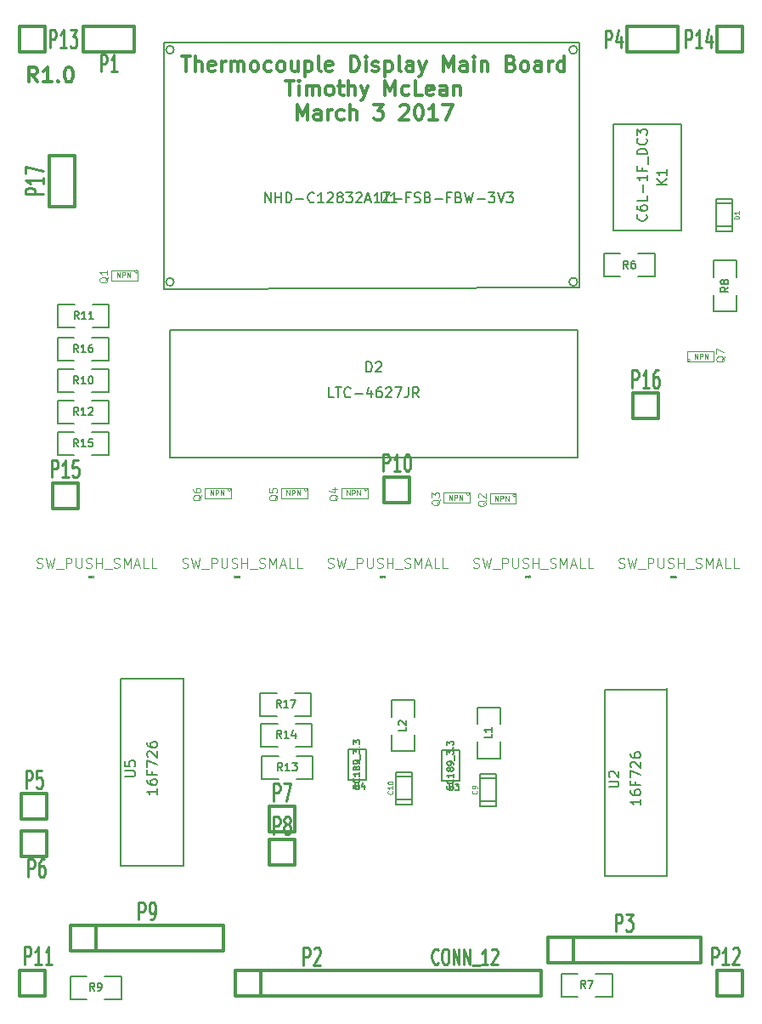
<source format=gto>
G04 (created by PCBNEW (2013-07-07 BZR 4022)-stable) date 03/03/2017 9:59:17 AM*
%MOIN*%
G04 Gerber Fmt 3.4, Leading zero omitted, Abs format*
%FSLAX34Y34*%
G01*
G70*
G90*
G04 APERTURE LIST*
%ADD10C,0.00590551*%
%ADD11C,0.011811*%
%ADD12C,0.0031*%
%ADD13C,0.005*%
%ADD14C,0.012*%
%ADD15C,0.0125*%
%ADD16C,0.0047*%
%ADD17C,0.0039*%
%ADD18C,0.0107*%
%ADD19C,0.01*%
%ADD20C,0.000393701*%
G04 APERTURE END LIST*
G54D10*
G54D11*
X65601Y-42030D02*
X65404Y-41749D01*
X65264Y-42030D02*
X65264Y-41439D01*
X65489Y-41439D01*
X65545Y-41467D01*
X65573Y-41496D01*
X65601Y-41552D01*
X65601Y-41636D01*
X65573Y-41692D01*
X65545Y-41721D01*
X65489Y-41749D01*
X65264Y-41749D01*
X66164Y-42030D02*
X65826Y-42030D01*
X65995Y-42030D02*
X65995Y-41439D01*
X65939Y-41524D01*
X65883Y-41580D01*
X65826Y-41608D01*
X66417Y-41974D02*
X66445Y-42002D01*
X66417Y-42030D01*
X66389Y-42002D01*
X66417Y-41974D01*
X66417Y-42030D01*
X66811Y-41439D02*
X66867Y-41439D01*
X66923Y-41467D01*
X66951Y-41496D01*
X66979Y-41552D01*
X67007Y-41664D01*
X67007Y-41805D01*
X66979Y-41917D01*
X66951Y-41974D01*
X66923Y-42002D01*
X66867Y-42030D01*
X66811Y-42030D01*
X66754Y-42002D01*
X66726Y-41974D01*
X66698Y-41917D01*
X66670Y-41805D01*
X66670Y-41664D01*
X66698Y-41552D01*
X66726Y-41496D01*
X66754Y-41467D01*
X66811Y-41439D01*
X71268Y-41026D02*
X71605Y-41026D01*
X71437Y-41616D02*
X71437Y-41026D01*
X71802Y-41616D02*
X71802Y-41026D01*
X72055Y-41616D02*
X72055Y-41307D01*
X72027Y-41251D01*
X71971Y-41223D01*
X71886Y-41223D01*
X71830Y-41251D01*
X71802Y-41279D01*
X72561Y-41588D02*
X72505Y-41616D01*
X72393Y-41616D01*
X72336Y-41588D01*
X72308Y-41532D01*
X72308Y-41307D01*
X72336Y-41251D01*
X72393Y-41223D01*
X72505Y-41223D01*
X72561Y-41251D01*
X72589Y-41307D01*
X72589Y-41363D01*
X72308Y-41420D01*
X72843Y-41616D02*
X72843Y-41223D01*
X72843Y-41335D02*
X72871Y-41279D01*
X72899Y-41251D01*
X72955Y-41223D01*
X73011Y-41223D01*
X73208Y-41616D02*
X73208Y-41223D01*
X73208Y-41279D02*
X73236Y-41251D01*
X73293Y-41223D01*
X73377Y-41223D01*
X73433Y-41251D01*
X73461Y-41307D01*
X73461Y-41616D01*
X73461Y-41307D02*
X73489Y-41251D01*
X73546Y-41223D01*
X73630Y-41223D01*
X73686Y-41251D01*
X73714Y-41307D01*
X73714Y-41616D01*
X74080Y-41616D02*
X74024Y-41588D01*
X73996Y-41560D01*
X73967Y-41504D01*
X73967Y-41335D01*
X73996Y-41279D01*
X74024Y-41251D01*
X74080Y-41223D01*
X74164Y-41223D01*
X74221Y-41251D01*
X74249Y-41279D01*
X74277Y-41335D01*
X74277Y-41504D01*
X74249Y-41560D01*
X74221Y-41588D01*
X74164Y-41616D01*
X74080Y-41616D01*
X74783Y-41588D02*
X74727Y-41616D01*
X74614Y-41616D01*
X74558Y-41588D01*
X74530Y-41560D01*
X74502Y-41504D01*
X74502Y-41335D01*
X74530Y-41279D01*
X74558Y-41251D01*
X74614Y-41223D01*
X74727Y-41223D01*
X74783Y-41251D01*
X75120Y-41616D02*
X75064Y-41588D01*
X75036Y-41560D01*
X75008Y-41504D01*
X75008Y-41335D01*
X75036Y-41279D01*
X75064Y-41251D01*
X75120Y-41223D01*
X75205Y-41223D01*
X75261Y-41251D01*
X75289Y-41279D01*
X75317Y-41335D01*
X75317Y-41504D01*
X75289Y-41560D01*
X75261Y-41588D01*
X75205Y-41616D01*
X75120Y-41616D01*
X75823Y-41223D02*
X75823Y-41616D01*
X75570Y-41223D02*
X75570Y-41532D01*
X75598Y-41588D01*
X75655Y-41616D01*
X75739Y-41616D01*
X75795Y-41588D01*
X75823Y-41560D01*
X76105Y-41223D02*
X76105Y-41813D01*
X76105Y-41251D02*
X76161Y-41223D01*
X76273Y-41223D01*
X76330Y-41251D01*
X76358Y-41279D01*
X76386Y-41335D01*
X76386Y-41504D01*
X76358Y-41560D01*
X76330Y-41588D01*
X76273Y-41616D01*
X76161Y-41616D01*
X76105Y-41588D01*
X76723Y-41616D02*
X76667Y-41588D01*
X76639Y-41532D01*
X76639Y-41026D01*
X77173Y-41588D02*
X77117Y-41616D01*
X77005Y-41616D01*
X76948Y-41588D01*
X76920Y-41532D01*
X76920Y-41307D01*
X76948Y-41251D01*
X77005Y-41223D01*
X77117Y-41223D01*
X77173Y-41251D01*
X77201Y-41307D01*
X77201Y-41363D01*
X76920Y-41420D01*
X77904Y-41616D02*
X77904Y-41026D01*
X78045Y-41026D01*
X78129Y-41054D01*
X78186Y-41110D01*
X78214Y-41167D01*
X78242Y-41279D01*
X78242Y-41363D01*
X78214Y-41476D01*
X78186Y-41532D01*
X78129Y-41588D01*
X78045Y-41616D01*
X77904Y-41616D01*
X78495Y-41616D02*
X78495Y-41223D01*
X78495Y-41026D02*
X78467Y-41054D01*
X78495Y-41082D01*
X78523Y-41054D01*
X78495Y-41026D01*
X78495Y-41082D01*
X78748Y-41588D02*
X78804Y-41616D01*
X78917Y-41616D01*
X78973Y-41588D01*
X79001Y-41532D01*
X79001Y-41504D01*
X78973Y-41448D01*
X78917Y-41420D01*
X78832Y-41420D01*
X78776Y-41392D01*
X78748Y-41335D01*
X78748Y-41307D01*
X78776Y-41251D01*
X78832Y-41223D01*
X78917Y-41223D01*
X78973Y-41251D01*
X79254Y-41223D02*
X79254Y-41813D01*
X79254Y-41251D02*
X79311Y-41223D01*
X79423Y-41223D01*
X79479Y-41251D01*
X79507Y-41279D01*
X79535Y-41335D01*
X79535Y-41504D01*
X79507Y-41560D01*
X79479Y-41588D01*
X79423Y-41616D01*
X79311Y-41616D01*
X79254Y-41588D01*
X79873Y-41616D02*
X79817Y-41588D01*
X79789Y-41532D01*
X79789Y-41026D01*
X80351Y-41616D02*
X80351Y-41307D01*
X80323Y-41251D01*
X80267Y-41223D01*
X80154Y-41223D01*
X80098Y-41251D01*
X80351Y-41588D02*
X80295Y-41616D01*
X80154Y-41616D01*
X80098Y-41588D01*
X80070Y-41532D01*
X80070Y-41476D01*
X80098Y-41420D01*
X80154Y-41392D01*
X80295Y-41392D01*
X80351Y-41363D01*
X80576Y-41223D02*
X80717Y-41616D01*
X80857Y-41223D02*
X80717Y-41616D01*
X80660Y-41757D01*
X80632Y-41785D01*
X80576Y-41813D01*
X81532Y-41616D02*
X81532Y-41026D01*
X81729Y-41448D01*
X81926Y-41026D01*
X81926Y-41616D01*
X82460Y-41616D02*
X82460Y-41307D01*
X82432Y-41251D01*
X82376Y-41223D01*
X82263Y-41223D01*
X82207Y-41251D01*
X82460Y-41588D02*
X82404Y-41616D01*
X82263Y-41616D01*
X82207Y-41588D01*
X82179Y-41532D01*
X82179Y-41476D01*
X82207Y-41420D01*
X82263Y-41392D01*
X82404Y-41392D01*
X82460Y-41363D01*
X82741Y-41616D02*
X82741Y-41223D01*
X82741Y-41026D02*
X82713Y-41054D01*
X82741Y-41082D01*
X82769Y-41054D01*
X82741Y-41026D01*
X82741Y-41082D01*
X83023Y-41223D02*
X83023Y-41616D01*
X83023Y-41279D02*
X83051Y-41251D01*
X83107Y-41223D01*
X83191Y-41223D01*
X83248Y-41251D01*
X83276Y-41307D01*
X83276Y-41616D01*
X84204Y-41307D02*
X84288Y-41335D01*
X84316Y-41363D01*
X84344Y-41420D01*
X84344Y-41504D01*
X84316Y-41560D01*
X84288Y-41588D01*
X84232Y-41616D01*
X84007Y-41616D01*
X84007Y-41026D01*
X84204Y-41026D01*
X84260Y-41054D01*
X84288Y-41082D01*
X84316Y-41138D01*
X84316Y-41195D01*
X84288Y-41251D01*
X84260Y-41279D01*
X84204Y-41307D01*
X84007Y-41307D01*
X84682Y-41616D02*
X84625Y-41588D01*
X84597Y-41560D01*
X84569Y-41504D01*
X84569Y-41335D01*
X84597Y-41279D01*
X84625Y-41251D01*
X84682Y-41223D01*
X84766Y-41223D01*
X84822Y-41251D01*
X84850Y-41279D01*
X84879Y-41335D01*
X84879Y-41504D01*
X84850Y-41560D01*
X84822Y-41588D01*
X84766Y-41616D01*
X84682Y-41616D01*
X85385Y-41616D02*
X85385Y-41307D01*
X85357Y-41251D01*
X85300Y-41223D01*
X85188Y-41223D01*
X85132Y-41251D01*
X85385Y-41588D02*
X85329Y-41616D01*
X85188Y-41616D01*
X85132Y-41588D01*
X85104Y-41532D01*
X85104Y-41476D01*
X85132Y-41420D01*
X85188Y-41392D01*
X85329Y-41392D01*
X85385Y-41363D01*
X85666Y-41616D02*
X85666Y-41223D01*
X85666Y-41335D02*
X85694Y-41279D01*
X85722Y-41251D01*
X85778Y-41223D01*
X85835Y-41223D01*
X86285Y-41616D02*
X86285Y-41026D01*
X86285Y-41588D02*
X86228Y-41616D01*
X86116Y-41616D01*
X86060Y-41588D01*
X86032Y-41560D01*
X86003Y-41504D01*
X86003Y-41335D01*
X86032Y-41279D01*
X86060Y-41251D01*
X86116Y-41223D01*
X86228Y-41223D01*
X86285Y-41251D01*
X75345Y-41971D02*
X75683Y-41971D01*
X75514Y-42561D02*
X75514Y-41971D01*
X75880Y-42561D02*
X75880Y-42168D01*
X75880Y-41971D02*
X75852Y-41999D01*
X75880Y-42027D01*
X75908Y-41999D01*
X75880Y-41971D01*
X75880Y-42027D01*
X76161Y-42561D02*
X76161Y-42168D01*
X76161Y-42224D02*
X76189Y-42196D01*
X76245Y-42168D01*
X76330Y-42168D01*
X76386Y-42196D01*
X76414Y-42252D01*
X76414Y-42561D01*
X76414Y-42252D02*
X76442Y-42196D01*
X76498Y-42168D01*
X76583Y-42168D01*
X76639Y-42196D01*
X76667Y-42252D01*
X76667Y-42561D01*
X77033Y-42561D02*
X76976Y-42533D01*
X76948Y-42505D01*
X76920Y-42449D01*
X76920Y-42280D01*
X76948Y-42224D01*
X76976Y-42196D01*
X77033Y-42168D01*
X77117Y-42168D01*
X77173Y-42196D01*
X77201Y-42224D01*
X77230Y-42280D01*
X77230Y-42449D01*
X77201Y-42505D01*
X77173Y-42533D01*
X77117Y-42561D01*
X77033Y-42561D01*
X77398Y-42168D02*
X77623Y-42168D01*
X77483Y-41971D02*
X77483Y-42477D01*
X77511Y-42533D01*
X77567Y-42561D01*
X77623Y-42561D01*
X77820Y-42561D02*
X77820Y-41971D01*
X78073Y-42561D02*
X78073Y-42252D01*
X78045Y-42196D01*
X77989Y-42168D01*
X77904Y-42168D01*
X77848Y-42196D01*
X77820Y-42224D01*
X78298Y-42168D02*
X78439Y-42561D01*
X78579Y-42168D02*
X78439Y-42561D01*
X78383Y-42702D01*
X78354Y-42730D01*
X78298Y-42758D01*
X79254Y-42561D02*
X79254Y-41971D01*
X79451Y-42393D01*
X79648Y-41971D01*
X79648Y-42561D01*
X80182Y-42533D02*
X80126Y-42561D01*
X80014Y-42561D01*
X79957Y-42533D01*
X79929Y-42505D01*
X79901Y-42449D01*
X79901Y-42280D01*
X79929Y-42224D01*
X79957Y-42196D01*
X80014Y-42168D01*
X80126Y-42168D01*
X80182Y-42196D01*
X80717Y-42561D02*
X80435Y-42561D01*
X80435Y-41971D01*
X81138Y-42533D02*
X81082Y-42561D01*
X80970Y-42561D01*
X80913Y-42533D01*
X80885Y-42477D01*
X80885Y-42252D01*
X80913Y-42196D01*
X80970Y-42168D01*
X81082Y-42168D01*
X81138Y-42196D01*
X81167Y-42252D01*
X81167Y-42308D01*
X80885Y-42365D01*
X81673Y-42561D02*
X81673Y-42252D01*
X81645Y-42196D01*
X81588Y-42168D01*
X81476Y-42168D01*
X81420Y-42196D01*
X81673Y-42533D02*
X81616Y-42561D01*
X81476Y-42561D01*
X81420Y-42533D01*
X81392Y-42477D01*
X81392Y-42421D01*
X81420Y-42365D01*
X81476Y-42336D01*
X81616Y-42336D01*
X81673Y-42308D01*
X81954Y-42168D02*
X81954Y-42561D01*
X81954Y-42224D02*
X81982Y-42196D01*
X82038Y-42168D01*
X82123Y-42168D01*
X82179Y-42196D01*
X82207Y-42252D01*
X82207Y-42561D01*
X75795Y-43506D02*
X75795Y-42916D01*
X75992Y-43338D01*
X76189Y-42916D01*
X76189Y-43506D01*
X76723Y-43506D02*
X76723Y-43197D01*
X76695Y-43141D01*
X76639Y-43113D01*
X76526Y-43113D01*
X76470Y-43141D01*
X76723Y-43478D02*
X76667Y-43506D01*
X76526Y-43506D01*
X76470Y-43478D01*
X76442Y-43422D01*
X76442Y-43366D01*
X76470Y-43309D01*
X76526Y-43281D01*
X76667Y-43281D01*
X76723Y-43253D01*
X77005Y-43506D02*
X77005Y-43113D01*
X77005Y-43225D02*
X77033Y-43169D01*
X77061Y-43141D01*
X77117Y-43113D01*
X77173Y-43113D01*
X77623Y-43478D02*
X77567Y-43506D01*
X77455Y-43506D01*
X77398Y-43478D01*
X77370Y-43450D01*
X77342Y-43394D01*
X77342Y-43225D01*
X77370Y-43169D01*
X77398Y-43141D01*
X77455Y-43113D01*
X77567Y-43113D01*
X77623Y-43141D01*
X77876Y-43506D02*
X77876Y-42916D01*
X78129Y-43506D02*
X78129Y-43197D01*
X78101Y-43141D01*
X78045Y-43113D01*
X77961Y-43113D01*
X77904Y-43141D01*
X77876Y-43169D01*
X78804Y-42916D02*
X79170Y-42916D01*
X78973Y-43141D01*
X79057Y-43141D01*
X79114Y-43169D01*
X79142Y-43197D01*
X79170Y-43253D01*
X79170Y-43394D01*
X79142Y-43450D01*
X79114Y-43478D01*
X79057Y-43506D01*
X78889Y-43506D01*
X78832Y-43478D01*
X78804Y-43450D01*
X79845Y-42972D02*
X79873Y-42944D01*
X79929Y-42916D01*
X80070Y-42916D01*
X80126Y-42944D01*
X80154Y-42972D01*
X80182Y-43028D01*
X80182Y-43084D01*
X80154Y-43169D01*
X79817Y-43506D01*
X80182Y-43506D01*
X80548Y-42916D02*
X80604Y-42916D01*
X80660Y-42944D01*
X80688Y-42972D01*
X80717Y-43028D01*
X80745Y-43141D01*
X80745Y-43281D01*
X80717Y-43394D01*
X80688Y-43450D01*
X80660Y-43478D01*
X80604Y-43506D01*
X80548Y-43506D01*
X80492Y-43478D01*
X80464Y-43450D01*
X80435Y-43394D01*
X80407Y-43281D01*
X80407Y-43141D01*
X80435Y-43028D01*
X80464Y-42972D01*
X80492Y-42944D01*
X80548Y-42916D01*
X81307Y-43506D02*
X80970Y-43506D01*
X81138Y-43506D02*
X81138Y-42916D01*
X81082Y-43000D01*
X81026Y-43056D01*
X80970Y-43084D01*
X81504Y-42916D02*
X81898Y-42916D01*
X81645Y-43506D01*
G54D10*
X90885Y-43681D02*
X90885Y-47854D01*
X90885Y-47854D02*
X88208Y-47854D01*
X88208Y-47854D02*
X88208Y-43681D01*
X88208Y-43681D02*
X90885Y-43681D01*
G54D12*
X73202Y-58011D02*
G75*
G03X73202Y-58011I-62J0D01*
G74*
G01*
X72177Y-58349D02*
X72177Y-57949D01*
X73202Y-58349D02*
X73202Y-57949D01*
X72177Y-57949D02*
X73202Y-57949D01*
X73202Y-58349D02*
X72177Y-58349D01*
X76194Y-58011D02*
G75*
G03X76194Y-58011I-62J0D01*
G74*
G01*
X75169Y-58349D02*
X75169Y-57949D01*
X76194Y-58349D02*
X76194Y-57949D01*
X75169Y-57949D02*
X76194Y-57949D01*
X76194Y-58349D02*
X75169Y-58349D01*
X78557Y-58011D02*
G75*
G03X78557Y-58011I-62J0D01*
G74*
G01*
X77531Y-58349D02*
X77531Y-57949D01*
X78556Y-58349D02*
X78556Y-57949D01*
X77531Y-57949D02*
X78556Y-57949D01*
X78556Y-58349D02*
X77531Y-58349D01*
X82572Y-58188D02*
G75*
G03X82572Y-58188I-62J0D01*
G74*
G01*
X81547Y-58526D02*
X81547Y-58126D01*
X82572Y-58526D02*
X82572Y-58126D01*
X81547Y-58126D02*
X82572Y-58126D01*
X82572Y-58526D02*
X81547Y-58526D01*
X84383Y-58228D02*
G75*
G03X84383Y-58228I-62J0D01*
G74*
G01*
X83358Y-58566D02*
X83358Y-58166D01*
X84383Y-58566D02*
X84383Y-58166D01*
X83358Y-58166D02*
X84383Y-58166D01*
X84383Y-58566D02*
X83358Y-58566D01*
X69541Y-49468D02*
G75*
G03X69541Y-49468I-62J0D01*
G74*
G01*
X68515Y-49806D02*
X68515Y-49406D01*
X69540Y-49806D02*
X69540Y-49406D01*
X68515Y-49406D02*
X69540Y-49406D01*
X69540Y-49806D02*
X68515Y-49806D01*
G54D13*
X68421Y-51650D02*
X68421Y-50750D01*
X68421Y-50750D02*
X67771Y-50750D01*
X67071Y-51650D02*
X66421Y-51650D01*
X66421Y-51650D02*
X66421Y-50750D01*
X66421Y-50750D02*
X67071Y-50750D01*
X67771Y-51650D02*
X68421Y-51650D01*
X92148Y-51019D02*
X93048Y-51019D01*
X93048Y-51019D02*
X93048Y-50369D01*
X92148Y-49669D02*
X92148Y-49019D01*
X92148Y-49019D02*
X93048Y-49019D01*
X93048Y-49019D02*
X93048Y-49669D01*
X92148Y-50369D02*
X92148Y-51019D01*
X68893Y-77969D02*
X68893Y-77069D01*
X68893Y-77069D02*
X68243Y-77069D01*
X67543Y-77969D02*
X66893Y-77969D01*
X66893Y-77969D02*
X66893Y-77069D01*
X66893Y-77069D02*
X67543Y-77069D01*
X68243Y-77969D02*
X68893Y-77969D01*
X68401Y-54190D02*
X68401Y-53290D01*
X68401Y-53290D02*
X67751Y-53290D01*
X67051Y-54190D02*
X66401Y-54190D01*
X66401Y-54190D02*
X66401Y-53290D01*
X66401Y-53290D02*
X67051Y-53290D01*
X67751Y-54190D02*
X68401Y-54190D01*
X87838Y-48762D02*
X87838Y-49662D01*
X87838Y-49662D02*
X88488Y-49662D01*
X89188Y-48762D02*
X89838Y-48762D01*
X89838Y-48762D02*
X89838Y-49662D01*
X89838Y-49662D02*
X89188Y-49662D01*
X88488Y-48762D02*
X87838Y-48762D01*
X76413Y-69347D02*
X76413Y-68447D01*
X76413Y-68447D02*
X75763Y-68447D01*
X75063Y-69347D02*
X74413Y-69347D01*
X74413Y-69347D02*
X74413Y-68447D01*
X74413Y-68447D02*
X75063Y-68447D01*
X75763Y-69347D02*
X76413Y-69347D01*
X76374Y-68068D02*
X76374Y-67168D01*
X76374Y-67168D02*
X75724Y-67168D01*
X75024Y-68068D02*
X74374Y-68068D01*
X74374Y-68068D02*
X74374Y-67168D01*
X74374Y-67168D02*
X75024Y-67168D01*
X75724Y-68068D02*
X76374Y-68068D01*
X88165Y-77871D02*
X88165Y-76971D01*
X88165Y-76971D02*
X87515Y-76971D01*
X86815Y-77871D02*
X86165Y-77871D01*
X86165Y-77871D02*
X86165Y-76971D01*
X86165Y-76971D02*
X86815Y-76971D01*
X87515Y-77871D02*
X88165Y-77871D01*
X68401Y-56650D02*
X68401Y-55750D01*
X68401Y-55750D02*
X67751Y-55750D01*
X67051Y-56650D02*
X66401Y-56650D01*
X66401Y-56650D02*
X66401Y-55750D01*
X66401Y-55750D02*
X67051Y-55750D01*
X67751Y-56650D02*
X68401Y-56650D01*
X68401Y-52950D02*
X68401Y-52050D01*
X68401Y-52050D02*
X67751Y-52050D01*
X67051Y-52950D02*
X66401Y-52950D01*
X66401Y-52950D02*
X66401Y-52050D01*
X66401Y-52050D02*
X67051Y-52050D01*
X67751Y-52950D02*
X68401Y-52950D01*
X76354Y-66867D02*
X76354Y-65967D01*
X76354Y-65967D02*
X75704Y-65967D01*
X75004Y-66867D02*
X74354Y-66867D01*
X74354Y-66867D02*
X74354Y-65967D01*
X74354Y-65967D02*
X75004Y-65967D01*
X75704Y-66867D02*
X76354Y-66867D01*
X83757Y-66539D02*
X82857Y-66539D01*
X82857Y-66539D02*
X82857Y-67189D01*
X83757Y-67889D02*
X83757Y-68539D01*
X83757Y-68539D02*
X82857Y-68539D01*
X82857Y-68539D02*
X82857Y-67889D01*
X83757Y-67189D02*
X83757Y-66539D01*
X68401Y-55410D02*
X68401Y-54510D01*
X68401Y-54510D02*
X67751Y-54510D01*
X67051Y-55410D02*
X66401Y-55410D01*
X66401Y-55410D02*
X66401Y-54510D01*
X66401Y-54510D02*
X67051Y-54510D01*
X67751Y-55410D02*
X68401Y-55410D01*
X80390Y-66263D02*
X79490Y-66263D01*
X79490Y-66263D02*
X79490Y-66913D01*
X80390Y-67613D02*
X80390Y-68263D01*
X80390Y-68263D02*
X79490Y-68263D01*
X79490Y-68263D02*
X79490Y-67613D01*
X80390Y-66913D02*
X80390Y-66263D01*
G54D14*
X66901Y-76090D02*
X66901Y-75090D01*
X66901Y-75090D02*
X72901Y-75090D01*
X72901Y-75090D02*
X72901Y-76090D01*
X72901Y-76090D02*
X66901Y-76090D01*
X67901Y-76090D02*
X67901Y-75090D01*
X85622Y-76543D02*
X85622Y-75543D01*
X85622Y-75543D02*
X91622Y-75543D01*
X91622Y-75543D02*
X91622Y-76543D01*
X91622Y-76543D02*
X85622Y-76543D01*
X86622Y-76543D02*
X86622Y-75543D01*
X88724Y-40834D02*
X88724Y-39834D01*
X88724Y-39834D02*
X90724Y-39834D01*
X90724Y-39834D02*
X90724Y-40834D01*
X90724Y-40834D02*
X88724Y-40834D01*
X69405Y-39854D02*
X69405Y-40854D01*
X69405Y-40854D02*
X67405Y-40854D01*
X67405Y-40854D02*
X67405Y-39854D01*
X67405Y-39854D02*
X69405Y-39854D01*
X73370Y-77862D02*
X73370Y-77862D01*
X73370Y-77862D02*
X73370Y-76862D01*
X73370Y-76862D02*
X83370Y-76862D01*
X83370Y-77862D02*
X73370Y-77862D01*
X74370Y-77862D02*
X74370Y-76862D01*
X83370Y-76862D02*
X85120Y-76862D01*
X85120Y-76862D02*
X85370Y-76862D01*
X85370Y-76862D02*
X85370Y-77862D01*
X85370Y-77862D02*
X83370Y-77862D01*
G54D15*
X74696Y-71425D02*
X75696Y-71425D01*
X74696Y-70425D02*
X75696Y-70425D01*
G54D14*
X74696Y-71425D02*
X74696Y-70425D01*
X75696Y-70425D02*
X75696Y-71425D01*
G54D15*
X64972Y-72389D02*
X65972Y-72389D01*
X64972Y-71389D02*
X65972Y-71389D01*
G54D14*
X64972Y-72389D02*
X64972Y-71389D01*
X65972Y-71389D02*
X65972Y-72389D01*
G54D15*
X74696Y-72724D02*
X75696Y-72724D01*
X74696Y-71724D02*
X75696Y-71724D01*
G54D14*
X74696Y-72724D02*
X74696Y-71724D01*
X75696Y-71724D02*
X75696Y-72724D01*
G54D15*
X64972Y-70933D02*
X65972Y-70933D01*
X64972Y-69933D02*
X65972Y-69933D01*
G54D14*
X64972Y-70933D02*
X64972Y-69933D01*
X65972Y-69933D02*
X65972Y-70933D01*
G54D10*
X90303Y-65799D02*
X90303Y-73149D01*
X90303Y-73149D02*
X87862Y-73149D01*
X87862Y-73149D02*
X87862Y-65842D01*
X87862Y-65842D02*
X90303Y-65842D01*
X71326Y-65385D02*
X71326Y-72736D01*
X71326Y-72736D02*
X68885Y-72736D01*
X68885Y-72736D02*
X68885Y-65429D01*
X68885Y-65429D02*
X71326Y-65429D01*
X70570Y-40531D02*
X70570Y-50137D01*
X70570Y-50137D02*
X86870Y-50098D01*
X86870Y-50098D02*
X86870Y-40492D01*
X86870Y-40492D02*
X70570Y-40492D01*
X70964Y-49862D02*
G75*
G03X70964Y-49862I-157J0D01*
G74*
G01*
X70964Y-40767D02*
G75*
G03X70964Y-40767I-157J0D01*
G74*
G01*
X86796Y-40767D02*
G75*
G03X86796Y-40767I-162J0D01*
G74*
G01*
X86796Y-49862D02*
G75*
G03X86796Y-49862I-162J0D01*
G74*
G01*
X70799Y-56759D02*
X86799Y-56759D01*
X86799Y-56759D02*
X86799Y-51759D01*
X86799Y-51759D02*
X70799Y-51759D01*
X70799Y-51759D02*
X70799Y-56759D01*
G54D13*
X83607Y-69333D02*
X82967Y-69333D01*
X82967Y-70233D02*
X83607Y-70233D01*
X82967Y-70413D02*
X83607Y-70413D01*
X83607Y-70413D02*
X83607Y-69153D01*
X83607Y-69153D02*
X82967Y-69153D01*
X82967Y-69153D02*
X82967Y-70413D01*
X80300Y-69254D02*
X79660Y-69254D01*
X79660Y-70154D02*
X80300Y-70154D01*
X79660Y-70334D02*
X80300Y-70334D01*
X80300Y-70334D02*
X80300Y-69074D01*
X80300Y-69074D02*
X79660Y-69074D01*
X79660Y-69074D02*
X79660Y-70334D01*
X92239Y-47694D02*
X92879Y-47694D01*
X92879Y-46794D02*
X92239Y-46794D01*
X92879Y-46614D02*
X92239Y-46614D01*
X92239Y-46614D02*
X92239Y-47874D01*
X92239Y-47874D02*
X92879Y-47874D01*
X92879Y-47874D02*
X92879Y-46614D01*
G54D15*
X79204Y-58511D02*
X80204Y-58511D01*
X79204Y-57511D02*
X80204Y-57511D01*
G54D14*
X79204Y-58511D02*
X79204Y-57511D01*
X80204Y-57511D02*
X80204Y-58511D01*
G54D15*
X64913Y-77842D02*
X65913Y-77842D01*
X64913Y-76842D02*
X65913Y-76842D01*
G54D14*
X64913Y-77842D02*
X64913Y-76842D01*
X65913Y-76842D02*
X65913Y-77842D01*
G54D15*
X92275Y-77842D02*
X93275Y-77842D01*
X92275Y-76842D02*
X93275Y-76842D01*
G54D14*
X92275Y-77842D02*
X92275Y-76842D01*
X93275Y-76842D02*
X93275Y-77842D01*
G54D15*
X64913Y-40834D02*
X65913Y-40834D01*
X64913Y-39834D02*
X65913Y-39834D01*
G54D14*
X64913Y-40834D02*
X64913Y-39834D01*
X65913Y-39834D02*
X65913Y-40834D01*
G54D15*
X92275Y-40834D02*
X93275Y-40834D01*
X92275Y-39834D02*
X93275Y-39834D01*
G54D14*
X92275Y-40834D02*
X92275Y-39834D01*
X93275Y-39834D02*
X93275Y-40834D01*
G54D15*
X66192Y-58748D02*
X67192Y-58748D01*
X66192Y-57748D02*
X67192Y-57748D01*
G54D14*
X66192Y-58748D02*
X66192Y-57748D01*
X67192Y-57748D02*
X67192Y-58748D01*
G54D15*
X88968Y-55224D02*
X89968Y-55224D01*
X88968Y-54224D02*
X89968Y-54224D01*
G54D14*
X88968Y-55224D02*
X88968Y-54224D01*
X89968Y-54224D02*
X89968Y-55224D01*
G54D13*
X82180Y-69418D02*
X81480Y-69418D01*
X81480Y-69418D02*
X81480Y-68218D01*
X81480Y-68218D02*
X82180Y-68218D01*
X82180Y-68218D02*
X82180Y-69418D01*
X78499Y-69379D02*
X77799Y-69379D01*
X77799Y-69379D02*
X77799Y-68179D01*
X77799Y-68179D02*
X78499Y-68179D01*
X78499Y-68179D02*
X78499Y-69379D01*
G54D14*
X67055Y-46905D02*
X66055Y-46905D01*
X66055Y-46905D02*
X66055Y-44905D01*
X66055Y-44905D02*
X67055Y-44905D01*
X67055Y-44905D02*
X67055Y-46905D01*
G54D12*
X91233Y-52933D02*
G75*
G03X91233Y-52933I-62J0D01*
G74*
G01*
X92133Y-52595D02*
X92133Y-52995D01*
X91108Y-52595D02*
X91108Y-52995D01*
X92133Y-52995D02*
X91108Y-52995D01*
X91108Y-52595D02*
X92133Y-52595D01*
G54D10*
X90297Y-46058D02*
X89903Y-46058D01*
X90297Y-45833D02*
X90072Y-46002D01*
X89903Y-45833D02*
X90128Y-46058D01*
X90297Y-45458D02*
X90297Y-45683D01*
X90297Y-45570D02*
X89903Y-45570D01*
X89959Y-45608D01*
X89997Y-45645D01*
X90015Y-45683D01*
X89491Y-47225D02*
X89510Y-47244D01*
X89529Y-47300D01*
X89529Y-47337D01*
X89510Y-47394D01*
X89473Y-47431D01*
X89435Y-47450D01*
X89360Y-47469D01*
X89304Y-47469D01*
X89229Y-47450D01*
X89191Y-47431D01*
X89154Y-47394D01*
X89135Y-47337D01*
X89135Y-47300D01*
X89154Y-47244D01*
X89173Y-47225D01*
X89135Y-46887D02*
X89135Y-46962D01*
X89154Y-47000D01*
X89173Y-47019D01*
X89229Y-47056D01*
X89304Y-47075D01*
X89454Y-47075D01*
X89491Y-47056D01*
X89510Y-47037D01*
X89529Y-47000D01*
X89529Y-46925D01*
X89510Y-46887D01*
X89491Y-46869D01*
X89454Y-46850D01*
X89360Y-46850D01*
X89323Y-46869D01*
X89304Y-46887D01*
X89285Y-46925D01*
X89285Y-47000D01*
X89304Y-47037D01*
X89323Y-47056D01*
X89360Y-47075D01*
X89529Y-46494D02*
X89529Y-46681D01*
X89135Y-46681D01*
X89379Y-46362D02*
X89379Y-46062D01*
X89529Y-45669D02*
X89529Y-45894D01*
X89529Y-45781D02*
X89135Y-45781D01*
X89191Y-45819D01*
X89229Y-45856D01*
X89248Y-45894D01*
X89323Y-45369D02*
X89323Y-45500D01*
X89529Y-45500D02*
X89135Y-45500D01*
X89135Y-45313D01*
X89566Y-45256D02*
X89566Y-44956D01*
X89529Y-44863D02*
X89135Y-44863D01*
X89135Y-44769D01*
X89154Y-44713D01*
X89191Y-44675D01*
X89229Y-44656D01*
X89304Y-44638D01*
X89360Y-44638D01*
X89435Y-44656D01*
X89473Y-44675D01*
X89510Y-44713D01*
X89529Y-44769D01*
X89529Y-44863D01*
X89491Y-44244D02*
X89510Y-44263D01*
X89529Y-44319D01*
X89529Y-44356D01*
X89510Y-44413D01*
X89473Y-44450D01*
X89435Y-44469D01*
X89360Y-44488D01*
X89304Y-44488D01*
X89229Y-44469D01*
X89191Y-44450D01*
X89154Y-44413D01*
X89135Y-44356D01*
X89135Y-44319D01*
X89154Y-44263D01*
X89173Y-44244D01*
X89135Y-44113D02*
X89135Y-43869D01*
X89285Y-44000D01*
X89285Y-43944D01*
X89304Y-43907D01*
X89323Y-43888D01*
X89360Y-43869D01*
X89454Y-43869D01*
X89491Y-43888D01*
X89510Y-43907D01*
X89529Y-43944D01*
X89529Y-44056D01*
X89510Y-44094D01*
X89491Y-44113D01*
G54D16*
X72040Y-58217D02*
X72025Y-58245D01*
X71997Y-58274D01*
X71954Y-58317D01*
X71940Y-58345D01*
X71940Y-58374D01*
X72011Y-58360D02*
X71997Y-58388D01*
X71968Y-58417D01*
X71911Y-58431D01*
X71811Y-58431D01*
X71754Y-58417D01*
X71725Y-58388D01*
X71711Y-58360D01*
X71711Y-58302D01*
X71725Y-58274D01*
X71754Y-58245D01*
X71811Y-58231D01*
X71911Y-58231D01*
X71968Y-58245D01*
X71997Y-58274D01*
X72011Y-58302D01*
X72011Y-58360D01*
X71711Y-57974D02*
X71711Y-58031D01*
X71725Y-58060D01*
X71740Y-58074D01*
X71783Y-58102D01*
X71840Y-58117D01*
X71954Y-58117D01*
X71983Y-58102D01*
X71997Y-58088D01*
X72011Y-58060D01*
X72011Y-58002D01*
X71997Y-57974D01*
X71983Y-57960D01*
X71954Y-57945D01*
X71883Y-57945D01*
X71854Y-57960D01*
X71840Y-57974D01*
X71825Y-58002D01*
X71825Y-58060D01*
X71840Y-58088D01*
X71854Y-58102D01*
X71883Y-58117D01*
G54D17*
X72394Y-58229D02*
X72394Y-58032D01*
X72506Y-58229D01*
X72506Y-58032D01*
X72600Y-58229D02*
X72600Y-58032D01*
X72675Y-58032D01*
X72694Y-58041D01*
X72703Y-58051D01*
X72713Y-58069D01*
X72713Y-58098D01*
X72703Y-58116D01*
X72694Y-58126D01*
X72675Y-58135D01*
X72600Y-58135D01*
X72797Y-58229D02*
X72797Y-58032D01*
X72910Y-58229D01*
X72910Y-58032D01*
G54D16*
X75032Y-58217D02*
X75018Y-58245D01*
X74989Y-58274D01*
X74946Y-58317D01*
X74932Y-58345D01*
X74932Y-58374D01*
X75003Y-58360D02*
X74989Y-58388D01*
X74960Y-58417D01*
X74903Y-58431D01*
X74803Y-58431D01*
X74746Y-58417D01*
X74718Y-58388D01*
X74703Y-58360D01*
X74703Y-58302D01*
X74718Y-58274D01*
X74746Y-58245D01*
X74803Y-58231D01*
X74903Y-58231D01*
X74960Y-58245D01*
X74989Y-58274D01*
X75003Y-58302D01*
X75003Y-58360D01*
X74703Y-57960D02*
X74703Y-58102D01*
X74846Y-58117D01*
X74832Y-58102D01*
X74818Y-58074D01*
X74818Y-58002D01*
X74832Y-57974D01*
X74846Y-57960D01*
X74875Y-57945D01*
X74946Y-57945D01*
X74975Y-57960D01*
X74989Y-57974D01*
X75003Y-58002D01*
X75003Y-58074D01*
X74989Y-58102D01*
X74975Y-58117D01*
G54D17*
X75386Y-58229D02*
X75386Y-58032D01*
X75498Y-58229D01*
X75498Y-58032D01*
X75592Y-58229D02*
X75592Y-58032D01*
X75667Y-58032D01*
X75686Y-58041D01*
X75695Y-58051D01*
X75705Y-58069D01*
X75705Y-58098D01*
X75695Y-58116D01*
X75686Y-58126D01*
X75667Y-58135D01*
X75592Y-58135D01*
X75789Y-58229D02*
X75789Y-58032D01*
X75902Y-58229D01*
X75902Y-58032D01*
G54D16*
X77394Y-58217D02*
X77380Y-58245D01*
X77351Y-58274D01*
X77308Y-58317D01*
X77294Y-58345D01*
X77294Y-58374D01*
X77365Y-58360D02*
X77351Y-58388D01*
X77323Y-58417D01*
X77265Y-58431D01*
X77165Y-58431D01*
X77108Y-58417D01*
X77080Y-58388D01*
X77065Y-58360D01*
X77065Y-58302D01*
X77080Y-58274D01*
X77108Y-58245D01*
X77165Y-58231D01*
X77265Y-58231D01*
X77323Y-58245D01*
X77351Y-58274D01*
X77365Y-58302D01*
X77365Y-58360D01*
X77165Y-57974D02*
X77365Y-57974D01*
X77051Y-58045D02*
X77265Y-58117D01*
X77265Y-57931D01*
G54D17*
X77748Y-58229D02*
X77748Y-58032D01*
X77861Y-58229D01*
X77861Y-58032D01*
X77954Y-58229D02*
X77954Y-58032D01*
X78029Y-58032D01*
X78048Y-58041D01*
X78058Y-58051D01*
X78067Y-58069D01*
X78067Y-58098D01*
X78058Y-58116D01*
X78048Y-58126D01*
X78029Y-58135D01*
X77954Y-58135D01*
X78151Y-58229D02*
X78151Y-58032D01*
X78264Y-58229D01*
X78264Y-58032D01*
G54D16*
X81410Y-58394D02*
X81395Y-58422D01*
X81367Y-58451D01*
X81324Y-58494D01*
X81310Y-58522D01*
X81310Y-58551D01*
X81381Y-58537D02*
X81367Y-58565D01*
X81338Y-58594D01*
X81281Y-58608D01*
X81181Y-58608D01*
X81124Y-58594D01*
X81095Y-58565D01*
X81081Y-58537D01*
X81081Y-58480D01*
X81095Y-58451D01*
X81124Y-58422D01*
X81181Y-58408D01*
X81281Y-58408D01*
X81338Y-58422D01*
X81367Y-58451D01*
X81381Y-58480D01*
X81381Y-58537D01*
X81081Y-58308D02*
X81081Y-58122D01*
X81195Y-58222D01*
X81195Y-58180D01*
X81210Y-58151D01*
X81224Y-58137D01*
X81253Y-58122D01*
X81324Y-58122D01*
X81353Y-58137D01*
X81367Y-58151D01*
X81381Y-58180D01*
X81381Y-58265D01*
X81367Y-58294D01*
X81353Y-58308D01*
G54D17*
X81764Y-58406D02*
X81764Y-58209D01*
X81876Y-58406D01*
X81876Y-58209D01*
X81970Y-58406D02*
X81970Y-58209D01*
X82045Y-58209D01*
X82064Y-58218D01*
X82073Y-58228D01*
X82083Y-58247D01*
X82083Y-58275D01*
X82073Y-58293D01*
X82064Y-58303D01*
X82045Y-58312D01*
X81970Y-58312D01*
X82167Y-58406D02*
X82167Y-58209D01*
X82280Y-58406D01*
X82280Y-58209D01*
G54D16*
X83221Y-58433D02*
X83206Y-58462D01*
X83178Y-58490D01*
X83135Y-58533D01*
X83121Y-58562D01*
X83121Y-58590D01*
X83192Y-58576D02*
X83178Y-58605D01*
X83149Y-58633D01*
X83092Y-58647D01*
X82992Y-58647D01*
X82935Y-58633D01*
X82906Y-58605D01*
X82892Y-58576D01*
X82892Y-58519D01*
X82906Y-58490D01*
X82935Y-58462D01*
X82992Y-58447D01*
X83092Y-58447D01*
X83149Y-58462D01*
X83178Y-58490D01*
X83192Y-58519D01*
X83192Y-58576D01*
X82921Y-58333D02*
X82906Y-58319D01*
X82892Y-58290D01*
X82892Y-58219D01*
X82906Y-58190D01*
X82921Y-58176D01*
X82949Y-58162D01*
X82978Y-58162D01*
X83021Y-58176D01*
X83192Y-58347D01*
X83192Y-58162D01*
G54D17*
X83575Y-58445D02*
X83575Y-58248D01*
X83687Y-58445D01*
X83687Y-58248D01*
X83781Y-58445D02*
X83781Y-58248D01*
X83856Y-58248D01*
X83875Y-58258D01*
X83884Y-58267D01*
X83894Y-58286D01*
X83894Y-58314D01*
X83884Y-58333D01*
X83875Y-58342D01*
X83856Y-58352D01*
X83781Y-58352D01*
X83978Y-58445D02*
X83978Y-58248D01*
X84091Y-58445D01*
X84091Y-58248D01*
G54D16*
X68378Y-49673D02*
X68364Y-49702D01*
X68335Y-49731D01*
X68293Y-49773D01*
X68278Y-49802D01*
X68278Y-49831D01*
X68350Y-49816D02*
X68335Y-49845D01*
X68307Y-49873D01*
X68250Y-49888D01*
X68150Y-49888D01*
X68093Y-49873D01*
X68064Y-49845D01*
X68050Y-49816D01*
X68050Y-49759D01*
X68064Y-49731D01*
X68093Y-49702D01*
X68150Y-49688D01*
X68250Y-49688D01*
X68307Y-49702D01*
X68335Y-49731D01*
X68350Y-49759D01*
X68350Y-49816D01*
X68350Y-49402D02*
X68350Y-49573D01*
X68350Y-49488D02*
X68050Y-49488D01*
X68093Y-49516D01*
X68121Y-49545D01*
X68135Y-49573D01*
G54D17*
X68732Y-49686D02*
X68732Y-49489D01*
X68845Y-49686D01*
X68845Y-49489D01*
X68939Y-49686D02*
X68939Y-49489D01*
X69014Y-49489D01*
X69032Y-49498D01*
X69042Y-49507D01*
X69051Y-49526D01*
X69051Y-49554D01*
X69042Y-49573D01*
X69032Y-49582D01*
X69014Y-49592D01*
X68939Y-49592D01*
X69136Y-49686D02*
X69136Y-49489D01*
X69248Y-49686D01*
X69248Y-49489D01*
G54D13*
X67228Y-51322D02*
X67128Y-51179D01*
X67056Y-51322D02*
X67056Y-51022D01*
X67171Y-51022D01*
X67199Y-51036D01*
X67214Y-51050D01*
X67228Y-51079D01*
X67228Y-51122D01*
X67214Y-51150D01*
X67199Y-51165D01*
X67171Y-51179D01*
X67056Y-51179D01*
X67514Y-51322D02*
X67342Y-51322D01*
X67428Y-51322D02*
X67428Y-51022D01*
X67399Y-51065D01*
X67371Y-51093D01*
X67342Y-51107D01*
X67799Y-51322D02*
X67628Y-51322D01*
X67714Y-51322D02*
X67714Y-51022D01*
X67685Y-51065D01*
X67656Y-51093D01*
X67628Y-51107D01*
X92719Y-50069D02*
X92576Y-50169D01*
X92719Y-50241D02*
X92419Y-50241D01*
X92419Y-50126D01*
X92434Y-50098D01*
X92448Y-50083D01*
X92476Y-50069D01*
X92519Y-50069D01*
X92548Y-50083D01*
X92562Y-50098D01*
X92576Y-50126D01*
X92576Y-50241D01*
X92548Y-49898D02*
X92534Y-49926D01*
X92519Y-49941D01*
X92491Y-49955D01*
X92476Y-49955D01*
X92448Y-49941D01*
X92434Y-49926D01*
X92419Y-49898D01*
X92419Y-49841D01*
X92434Y-49812D01*
X92448Y-49798D01*
X92476Y-49783D01*
X92491Y-49783D01*
X92519Y-49798D01*
X92534Y-49812D01*
X92548Y-49841D01*
X92548Y-49898D01*
X92562Y-49926D01*
X92576Y-49941D01*
X92605Y-49955D01*
X92662Y-49955D01*
X92691Y-49941D01*
X92705Y-49926D01*
X92719Y-49898D01*
X92719Y-49841D01*
X92705Y-49812D01*
X92691Y-49798D01*
X92662Y-49783D01*
X92605Y-49783D01*
X92576Y-49798D01*
X92562Y-49812D01*
X92548Y-49841D01*
X67843Y-77641D02*
X67743Y-77498D01*
X67672Y-77641D02*
X67672Y-77341D01*
X67786Y-77341D01*
X67815Y-77355D01*
X67829Y-77369D01*
X67843Y-77398D01*
X67843Y-77441D01*
X67829Y-77469D01*
X67815Y-77483D01*
X67786Y-77498D01*
X67672Y-77498D01*
X67986Y-77641D02*
X68043Y-77641D01*
X68072Y-77626D01*
X68086Y-77612D01*
X68115Y-77569D01*
X68129Y-77512D01*
X68129Y-77398D01*
X68115Y-77369D01*
X68100Y-77355D01*
X68072Y-77341D01*
X68015Y-77341D01*
X67986Y-77355D01*
X67972Y-77369D01*
X67957Y-77398D01*
X67957Y-77469D01*
X67972Y-77498D01*
X67986Y-77512D01*
X68015Y-77526D01*
X68072Y-77526D01*
X68100Y-77512D01*
X68115Y-77498D01*
X68129Y-77469D01*
X67208Y-53861D02*
X67108Y-53718D01*
X67037Y-53861D02*
X67037Y-53561D01*
X67151Y-53561D01*
X67180Y-53575D01*
X67194Y-53590D01*
X67208Y-53618D01*
X67208Y-53661D01*
X67194Y-53690D01*
X67180Y-53704D01*
X67151Y-53718D01*
X67037Y-53718D01*
X67494Y-53861D02*
X67323Y-53861D01*
X67408Y-53861D02*
X67408Y-53561D01*
X67380Y-53604D01*
X67351Y-53633D01*
X67323Y-53647D01*
X67680Y-53561D02*
X67708Y-53561D01*
X67737Y-53575D01*
X67751Y-53590D01*
X67765Y-53618D01*
X67780Y-53675D01*
X67780Y-53747D01*
X67765Y-53804D01*
X67751Y-53833D01*
X67737Y-53847D01*
X67708Y-53861D01*
X67680Y-53861D01*
X67651Y-53847D01*
X67637Y-53833D01*
X67623Y-53804D01*
X67608Y-53747D01*
X67608Y-53675D01*
X67623Y-53618D01*
X67637Y-53590D01*
X67651Y-53575D01*
X67680Y-53561D01*
X88788Y-49334D02*
X88688Y-49191D01*
X88617Y-49334D02*
X88617Y-49034D01*
X88731Y-49034D01*
X88760Y-49048D01*
X88774Y-49062D01*
X88788Y-49091D01*
X88788Y-49134D01*
X88774Y-49162D01*
X88760Y-49176D01*
X88731Y-49191D01*
X88617Y-49191D01*
X89045Y-49034D02*
X88988Y-49034D01*
X88960Y-49048D01*
X88945Y-49062D01*
X88917Y-49105D01*
X88902Y-49162D01*
X88902Y-49276D01*
X88917Y-49305D01*
X88931Y-49319D01*
X88960Y-49334D01*
X89017Y-49334D01*
X89045Y-49319D01*
X89060Y-49305D01*
X89074Y-49276D01*
X89074Y-49205D01*
X89060Y-49176D01*
X89045Y-49162D01*
X89017Y-49148D01*
X88960Y-49148D01*
X88931Y-49162D01*
X88917Y-49176D01*
X88902Y-49205D01*
X75220Y-69019D02*
X75120Y-68876D01*
X75049Y-69019D02*
X75049Y-68719D01*
X75163Y-68719D01*
X75191Y-68733D01*
X75206Y-68747D01*
X75220Y-68776D01*
X75220Y-68819D01*
X75206Y-68847D01*
X75191Y-68861D01*
X75163Y-68876D01*
X75049Y-68876D01*
X75506Y-69019D02*
X75334Y-69019D01*
X75420Y-69019D02*
X75420Y-68719D01*
X75391Y-68761D01*
X75363Y-68790D01*
X75334Y-68804D01*
X75606Y-68719D02*
X75791Y-68719D01*
X75691Y-68833D01*
X75734Y-68833D01*
X75763Y-68847D01*
X75777Y-68861D01*
X75791Y-68890D01*
X75791Y-68961D01*
X75777Y-68990D01*
X75763Y-69004D01*
X75734Y-69019D01*
X75649Y-69019D01*
X75620Y-69004D01*
X75606Y-68990D01*
X75181Y-67739D02*
X75081Y-67596D01*
X75009Y-67739D02*
X75009Y-67439D01*
X75124Y-67439D01*
X75152Y-67453D01*
X75166Y-67468D01*
X75181Y-67496D01*
X75181Y-67539D01*
X75166Y-67568D01*
X75152Y-67582D01*
X75124Y-67596D01*
X75009Y-67596D01*
X75466Y-67739D02*
X75295Y-67739D01*
X75381Y-67739D02*
X75381Y-67439D01*
X75352Y-67482D01*
X75324Y-67510D01*
X75295Y-67525D01*
X75724Y-67539D02*
X75724Y-67739D01*
X75652Y-67425D02*
X75581Y-67639D01*
X75766Y-67639D01*
X87115Y-77542D02*
X87015Y-77399D01*
X86943Y-77542D02*
X86943Y-77242D01*
X87058Y-77242D01*
X87086Y-77256D01*
X87101Y-77271D01*
X87115Y-77299D01*
X87115Y-77342D01*
X87101Y-77371D01*
X87086Y-77385D01*
X87058Y-77399D01*
X86943Y-77399D01*
X87215Y-77242D02*
X87415Y-77242D01*
X87286Y-77542D01*
X67208Y-56322D02*
X67108Y-56179D01*
X67037Y-56322D02*
X67037Y-56022D01*
X67151Y-56022D01*
X67180Y-56036D01*
X67194Y-56050D01*
X67208Y-56079D01*
X67208Y-56122D01*
X67194Y-56150D01*
X67180Y-56165D01*
X67151Y-56179D01*
X67037Y-56179D01*
X67494Y-56322D02*
X67323Y-56322D01*
X67408Y-56322D02*
X67408Y-56022D01*
X67380Y-56065D01*
X67351Y-56093D01*
X67323Y-56107D01*
X67765Y-56022D02*
X67623Y-56022D01*
X67608Y-56165D01*
X67623Y-56150D01*
X67651Y-56136D01*
X67723Y-56136D01*
X67751Y-56150D01*
X67765Y-56165D01*
X67780Y-56193D01*
X67780Y-56265D01*
X67765Y-56293D01*
X67751Y-56307D01*
X67723Y-56322D01*
X67651Y-56322D01*
X67623Y-56307D01*
X67608Y-56293D01*
X67208Y-52621D02*
X67108Y-52478D01*
X67037Y-52621D02*
X67037Y-52321D01*
X67151Y-52321D01*
X67180Y-52335D01*
X67194Y-52350D01*
X67208Y-52378D01*
X67208Y-52421D01*
X67194Y-52450D01*
X67180Y-52464D01*
X67151Y-52478D01*
X67037Y-52478D01*
X67494Y-52621D02*
X67323Y-52621D01*
X67408Y-52621D02*
X67408Y-52321D01*
X67380Y-52364D01*
X67351Y-52392D01*
X67323Y-52407D01*
X67751Y-52321D02*
X67694Y-52321D01*
X67665Y-52335D01*
X67651Y-52350D01*
X67623Y-52392D01*
X67608Y-52450D01*
X67608Y-52564D01*
X67623Y-52592D01*
X67637Y-52607D01*
X67665Y-52621D01*
X67723Y-52621D01*
X67751Y-52607D01*
X67765Y-52592D01*
X67780Y-52564D01*
X67780Y-52492D01*
X67765Y-52464D01*
X67751Y-52450D01*
X67723Y-52435D01*
X67665Y-52435D01*
X67637Y-52450D01*
X67623Y-52464D01*
X67608Y-52492D01*
X75161Y-66538D02*
X75061Y-66395D01*
X74990Y-66538D02*
X74990Y-66238D01*
X75104Y-66238D01*
X75132Y-66253D01*
X75147Y-66267D01*
X75161Y-66295D01*
X75161Y-66338D01*
X75147Y-66367D01*
X75132Y-66381D01*
X75104Y-66395D01*
X74990Y-66395D01*
X75447Y-66538D02*
X75275Y-66538D01*
X75361Y-66538D02*
X75361Y-66238D01*
X75332Y-66281D01*
X75304Y-66310D01*
X75275Y-66324D01*
X75547Y-66238D02*
X75747Y-66238D01*
X75618Y-66538D01*
X83428Y-67589D02*
X83428Y-67732D01*
X83128Y-67732D01*
X83428Y-67332D02*
X83428Y-67503D01*
X83428Y-67417D02*
X83128Y-67417D01*
X83171Y-67446D01*
X83199Y-67475D01*
X83214Y-67503D01*
X67208Y-55082D02*
X67108Y-54939D01*
X67037Y-55082D02*
X67037Y-54782D01*
X67151Y-54782D01*
X67180Y-54796D01*
X67194Y-54810D01*
X67208Y-54839D01*
X67208Y-54882D01*
X67194Y-54910D01*
X67180Y-54924D01*
X67151Y-54939D01*
X67037Y-54939D01*
X67494Y-55082D02*
X67323Y-55082D01*
X67408Y-55082D02*
X67408Y-54782D01*
X67380Y-54824D01*
X67351Y-54853D01*
X67323Y-54867D01*
X67608Y-54810D02*
X67623Y-54796D01*
X67651Y-54782D01*
X67723Y-54782D01*
X67751Y-54796D01*
X67765Y-54810D01*
X67780Y-54839D01*
X67780Y-54867D01*
X67765Y-54910D01*
X67594Y-55082D01*
X67780Y-55082D01*
X80062Y-67313D02*
X80062Y-67456D01*
X79762Y-67456D01*
X79790Y-67228D02*
X79776Y-67213D01*
X79762Y-67185D01*
X79762Y-67113D01*
X79776Y-67085D01*
X79790Y-67070D01*
X79819Y-67056D01*
X79848Y-67056D01*
X79890Y-67070D01*
X80062Y-67242D01*
X80062Y-67056D01*
G54D18*
X69585Y-74866D02*
X69585Y-74185D01*
X69748Y-74185D01*
X69789Y-74217D01*
X69809Y-74250D01*
X69830Y-74314D01*
X69830Y-74412D01*
X69809Y-74477D01*
X69789Y-74509D01*
X69748Y-74541D01*
X69585Y-74541D01*
X70034Y-74866D02*
X70115Y-74866D01*
X70156Y-74833D01*
X70176Y-74801D01*
X70217Y-74704D01*
X70237Y-74574D01*
X70237Y-74314D01*
X70217Y-74250D01*
X70197Y-74217D01*
X70156Y-74185D01*
X70074Y-74185D01*
X70034Y-74217D01*
X70013Y-74250D01*
X69993Y-74314D01*
X69993Y-74477D01*
X70013Y-74541D01*
X70034Y-74574D01*
X70074Y-74606D01*
X70156Y-74606D01*
X70197Y-74574D01*
X70217Y-74541D01*
X70237Y-74477D01*
G54D14*
G54D18*
X88306Y-75318D02*
X88306Y-74637D01*
X88469Y-74637D01*
X88509Y-74670D01*
X88530Y-74702D01*
X88550Y-74767D01*
X88550Y-74864D01*
X88530Y-74929D01*
X88509Y-74962D01*
X88469Y-74994D01*
X88306Y-74994D01*
X88693Y-74637D02*
X88958Y-74637D01*
X88815Y-74897D01*
X88876Y-74897D01*
X88917Y-74929D01*
X88937Y-74962D01*
X88958Y-75027D01*
X88958Y-75189D01*
X88937Y-75254D01*
X88917Y-75286D01*
X88876Y-75318D01*
X88754Y-75318D01*
X88713Y-75286D01*
X88693Y-75254D01*
G54D14*
G54D18*
X87892Y-40689D02*
X87892Y-40008D01*
X88055Y-40008D01*
X88096Y-40040D01*
X88116Y-40072D01*
X88137Y-40137D01*
X88137Y-40235D01*
X88116Y-40299D01*
X88096Y-40332D01*
X88055Y-40364D01*
X87892Y-40364D01*
X88504Y-40235D02*
X88504Y-40689D01*
X88402Y-39975D02*
X88300Y-40462D01*
X88565Y-40462D01*
G54D14*
G54D18*
X68089Y-41629D02*
X68089Y-40948D01*
X68252Y-40948D01*
X68293Y-40981D01*
X68313Y-41013D01*
X68334Y-41078D01*
X68334Y-41175D01*
X68313Y-41240D01*
X68293Y-41273D01*
X68252Y-41305D01*
X68089Y-41305D01*
X68741Y-41629D02*
X68497Y-41629D01*
X68619Y-41629D02*
X68619Y-40948D01*
X68578Y-41046D01*
X68537Y-41111D01*
X68497Y-41143D01*
G54D14*
G54D18*
X76054Y-76637D02*
X76054Y-75956D01*
X76217Y-75956D01*
X76257Y-75989D01*
X76278Y-76021D01*
X76298Y-76086D01*
X76298Y-76183D01*
X76278Y-76248D01*
X76257Y-76281D01*
X76217Y-76313D01*
X76054Y-76313D01*
X76461Y-76021D02*
X76482Y-75989D01*
X76522Y-75956D01*
X76624Y-75956D01*
X76665Y-75989D01*
X76685Y-76021D01*
X76706Y-76086D01*
X76706Y-76151D01*
X76685Y-76248D01*
X76441Y-76637D01*
X76706Y-76637D01*
G54D14*
G54D19*
X81331Y-76547D02*
X81312Y-76576D01*
X81255Y-76605D01*
X81217Y-76605D01*
X81160Y-76576D01*
X81122Y-76519D01*
X81103Y-76462D01*
X81084Y-76347D01*
X81084Y-76262D01*
X81103Y-76147D01*
X81122Y-76090D01*
X81160Y-76033D01*
X81217Y-76005D01*
X81255Y-76005D01*
X81312Y-76033D01*
X81331Y-76062D01*
X81579Y-76005D02*
X81655Y-76005D01*
X81693Y-76033D01*
X81731Y-76090D01*
X81751Y-76205D01*
X81751Y-76405D01*
X81731Y-76519D01*
X81693Y-76576D01*
X81655Y-76605D01*
X81579Y-76605D01*
X81541Y-76576D01*
X81503Y-76519D01*
X81484Y-76405D01*
X81484Y-76205D01*
X81503Y-76090D01*
X81541Y-76033D01*
X81579Y-76005D01*
X81922Y-76605D02*
X81922Y-76005D01*
X82151Y-76605D01*
X82151Y-76005D01*
X82341Y-76605D02*
X82341Y-76005D01*
X82570Y-76605D01*
X82570Y-76005D01*
X82665Y-76662D02*
X82970Y-76662D01*
X83274Y-76605D02*
X83046Y-76605D01*
X83160Y-76605D02*
X83160Y-76005D01*
X83122Y-76090D01*
X83084Y-76147D01*
X83046Y-76176D01*
X83427Y-76062D02*
X83446Y-76033D01*
X83484Y-76005D01*
X83579Y-76005D01*
X83617Y-76033D01*
X83636Y-76062D01*
X83655Y-76119D01*
X83655Y-76176D01*
X83636Y-76262D01*
X83408Y-76605D01*
X83655Y-76605D01*
G54D14*
G54D18*
X74880Y-70200D02*
X74880Y-69519D01*
X75043Y-69519D01*
X75084Y-69552D01*
X75105Y-69584D01*
X75125Y-69649D01*
X75125Y-69746D01*
X75105Y-69811D01*
X75084Y-69844D01*
X75043Y-69876D01*
X74880Y-69876D01*
X75268Y-69519D02*
X75553Y-69519D01*
X75370Y-70200D01*
X65254Y-73169D02*
X65254Y-72488D01*
X65418Y-72488D01*
X65458Y-72520D01*
X65479Y-72553D01*
X65499Y-72618D01*
X65499Y-72715D01*
X65479Y-72780D01*
X65458Y-72812D01*
X65418Y-72845D01*
X65254Y-72845D01*
X65866Y-72488D02*
X65784Y-72488D01*
X65744Y-72520D01*
X65723Y-72553D01*
X65682Y-72650D01*
X65662Y-72780D01*
X65662Y-73039D01*
X65682Y-73104D01*
X65703Y-73136D01*
X65744Y-73169D01*
X65825Y-73169D01*
X65866Y-73136D01*
X65886Y-73104D01*
X65907Y-73039D01*
X65907Y-72877D01*
X65886Y-72812D01*
X65866Y-72780D01*
X65825Y-72747D01*
X65744Y-72747D01*
X65703Y-72780D01*
X65682Y-72812D01*
X65662Y-72877D01*
X74880Y-71500D02*
X74880Y-70819D01*
X75043Y-70819D01*
X75084Y-70851D01*
X75105Y-70883D01*
X75125Y-70948D01*
X75125Y-71046D01*
X75105Y-71110D01*
X75084Y-71143D01*
X75043Y-71175D01*
X74880Y-71175D01*
X75370Y-71110D02*
X75329Y-71078D01*
X75308Y-71046D01*
X75288Y-70981D01*
X75288Y-70948D01*
X75308Y-70883D01*
X75329Y-70851D01*
X75370Y-70819D01*
X75451Y-70819D01*
X75492Y-70851D01*
X75512Y-70883D01*
X75533Y-70948D01*
X75533Y-70981D01*
X75512Y-71046D01*
X75492Y-71078D01*
X75451Y-71110D01*
X75370Y-71110D01*
X75329Y-71143D01*
X75308Y-71175D01*
X75288Y-71240D01*
X75288Y-71370D01*
X75308Y-71435D01*
X75329Y-71467D01*
X75370Y-71500D01*
X75451Y-71500D01*
X75492Y-71467D01*
X75512Y-71435D01*
X75533Y-71370D01*
X75533Y-71240D01*
X75512Y-71175D01*
X75492Y-71143D01*
X75451Y-71110D01*
X65156Y-69708D02*
X65156Y-69027D01*
X65319Y-69027D01*
X65360Y-69060D01*
X65380Y-69092D01*
X65401Y-69157D01*
X65401Y-69254D01*
X65380Y-69319D01*
X65360Y-69351D01*
X65319Y-69384D01*
X65156Y-69384D01*
X65788Y-69027D02*
X65584Y-69027D01*
X65564Y-69351D01*
X65584Y-69319D01*
X65625Y-69287D01*
X65727Y-69287D01*
X65767Y-69319D01*
X65788Y-69351D01*
X65808Y-69416D01*
X65808Y-69578D01*
X65788Y-69643D01*
X65767Y-69676D01*
X65727Y-69708D01*
X65625Y-69708D01*
X65584Y-69676D01*
X65564Y-69643D01*
G54D20*
X84737Y-61445D02*
X84748Y-61449D01*
X84767Y-61449D01*
X84775Y-61445D01*
X84778Y-61441D01*
X84782Y-61434D01*
X84782Y-61426D01*
X84778Y-61419D01*
X84775Y-61415D01*
X84767Y-61411D01*
X84752Y-61407D01*
X84745Y-61404D01*
X84741Y-61400D01*
X84737Y-61392D01*
X84737Y-61385D01*
X84741Y-61377D01*
X84745Y-61374D01*
X84752Y-61370D01*
X84771Y-61370D01*
X84782Y-61374D01*
X84808Y-61370D02*
X84827Y-61449D01*
X84842Y-61392D01*
X84857Y-61449D01*
X84876Y-61370D01*
X84940Y-61396D02*
X84940Y-61449D01*
X84921Y-61366D02*
X84902Y-61422D01*
X84951Y-61422D01*
X82708Y-61057D02*
X82764Y-61076D01*
X82858Y-61076D01*
X82895Y-61057D01*
X82914Y-61039D01*
X82933Y-61001D01*
X82933Y-60964D01*
X82914Y-60926D01*
X82895Y-60907D01*
X82858Y-60889D01*
X82783Y-60870D01*
X82745Y-60851D01*
X82727Y-60832D01*
X82708Y-60795D01*
X82708Y-60757D01*
X82727Y-60720D01*
X82745Y-60701D01*
X82783Y-60682D01*
X82877Y-60682D01*
X82933Y-60701D01*
X83064Y-60682D02*
X83158Y-61076D01*
X83233Y-60795D01*
X83308Y-61076D01*
X83402Y-60682D01*
X83458Y-61114D02*
X83758Y-61114D01*
X83852Y-61076D02*
X83852Y-60682D01*
X84002Y-60682D01*
X84039Y-60701D01*
X84058Y-60720D01*
X84077Y-60757D01*
X84077Y-60814D01*
X84058Y-60851D01*
X84039Y-60870D01*
X84002Y-60889D01*
X83852Y-60889D01*
X84245Y-60682D02*
X84245Y-61001D01*
X84264Y-61039D01*
X84283Y-61057D01*
X84320Y-61076D01*
X84395Y-61076D01*
X84433Y-61057D01*
X84451Y-61039D01*
X84470Y-61001D01*
X84470Y-60682D01*
X84639Y-61057D02*
X84695Y-61076D01*
X84789Y-61076D01*
X84826Y-61057D01*
X84845Y-61039D01*
X84864Y-61001D01*
X84864Y-60964D01*
X84845Y-60926D01*
X84826Y-60907D01*
X84789Y-60889D01*
X84714Y-60870D01*
X84676Y-60851D01*
X84658Y-60832D01*
X84639Y-60795D01*
X84639Y-60757D01*
X84658Y-60720D01*
X84676Y-60701D01*
X84714Y-60682D01*
X84808Y-60682D01*
X84864Y-60701D01*
X85033Y-61076D02*
X85033Y-60682D01*
X85033Y-60870D02*
X85258Y-60870D01*
X85258Y-61076D02*
X85258Y-60682D01*
X85351Y-61114D02*
X85651Y-61114D01*
X85726Y-61057D02*
X85783Y-61076D01*
X85876Y-61076D01*
X85914Y-61057D01*
X85933Y-61039D01*
X85951Y-61001D01*
X85951Y-60964D01*
X85933Y-60926D01*
X85914Y-60907D01*
X85876Y-60889D01*
X85801Y-60870D01*
X85764Y-60851D01*
X85745Y-60832D01*
X85726Y-60795D01*
X85726Y-60757D01*
X85745Y-60720D01*
X85764Y-60701D01*
X85801Y-60682D01*
X85895Y-60682D01*
X85951Y-60701D01*
X86120Y-61076D02*
X86120Y-60682D01*
X86251Y-60964D01*
X86382Y-60682D01*
X86382Y-61076D01*
X86551Y-60964D02*
X86739Y-60964D01*
X86514Y-61076D02*
X86645Y-60682D01*
X86776Y-61076D01*
X87095Y-61076D02*
X86907Y-61076D01*
X86907Y-60682D01*
X87414Y-61076D02*
X87226Y-61076D01*
X87226Y-60682D01*
X90446Y-61445D02*
X90457Y-61449D01*
X90476Y-61449D01*
X90483Y-61445D01*
X90487Y-61441D01*
X90491Y-61434D01*
X90491Y-61426D01*
X90487Y-61419D01*
X90483Y-61415D01*
X90476Y-61411D01*
X90461Y-61407D01*
X90453Y-61404D01*
X90449Y-61400D01*
X90446Y-61392D01*
X90446Y-61385D01*
X90449Y-61377D01*
X90453Y-61374D01*
X90461Y-61370D01*
X90479Y-61370D01*
X90491Y-61374D01*
X90517Y-61370D02*
X90536Y-61449D01*
X90551Y-61392D01*
X90566Y-61449D01*
X90584Y-61370D01*
X90652Y-61370D02*
X90614Y-61370D01*
X90611Y-61407D01*
X90614Y-61404D01*
X90622Y-61400D01*
X90641Y-61400D01*
X90648Y-61404D01*
X90652Y-61407D01*
X90656Y-61415D01*
X90656Y-61434D01*
X90652Y-61441D01*
X90648Y-61445D01*
X90641Y-61449D01*
X90622Y-61449D01*
X90614Y-61445D01*
X90611Y-61441D01*
X88417Y-61057D02*
X88473Y-61076D01*
X88567Y-61076D01*
X88604Y-61057D01*
X88623Y-61039D01*
X88642Y-61001D01*
X88642Y-60964D01*
X88623Y-60926D01*
X88604Y-60907D01*
X88567Y-60889D01*
X88492Y-60870D01*
X88454Y-60851D01*
X88435Y-60832D01*
X88417Y-60795D01*
X88417Y-60757D01*
X88435Y-60720D01*
X88454Y-60701D01*
X88492Y-60682D01*
X88585Y-60682D01*
X88642Y-60701D01*
X88773Y-60682D02*
X88867Y-61076D01*
X88942Y-60795D01*
X89017Y-61076D01*
X89110Y-60682D01*
X89167Y-61114D02*
X89466Y-61114D01*
X89560Y-61076D02*
X89560Y-60682D01*
X89710Y-60682D01*
X89748Y-60701D01*
X89766Y-60720D01*
X89785Y-60757D01*
X89785Y-60814D01*
X89766Y-60851D01*
X89748Y-60870D01*
X89710Y-60889D01*
X89560Y-60889D01*
X89954Y-60682D02*
X89954Y-61001D01*
X89973Y-61039D01*
X89991Y-61057D01*
X90029Y-61076D01*
X90104Y-61076D01*
X90141Y-61057D01*
X90160Y-61039D01*
X90179Y-61001D01*
X90179Y-60682D01*
X90348Y-61057D02*
X90404Y-61076D01*
X90498Y-61076D01*
X90535Y-61057D01*
X90554Y-61039D01*
X90573Y-61001D01*
X90573Y-60964D01*
X90554Y-60926D01*
X90535Y-60907D01*
X90498Y-60889D01*
X90423Y-60870D01*
X90385Y-60851D01*
X90366Y-60832D01*
X90348Y-60795D01*
X90348Y-60757D01*
X90366Y-60720D01*
X90385Y-60701D01*
X90423Y-60682D01*
X90516Y-60682D01*
X90573Y-60701D01*
X90741Y-61076D02*
X90741Y-60682D01*
X90741Y-60870D02*
X90966Y-60870D01*
X90966Y-61076D02*
X90966Y-60682D01*
X91060Y-61114D02*
X91360Y-61114D01*
X91435Y-61057D02*
X91491Y-61076D01*
X91585Y-61076D01*
X91622Y-61057D01*
X91641Y-61039D01*
X91660Y-61001D01*
X91660Y-60964D01*
X91641Y-60926D01*
X91622Y-60907D01*
X91585Y-60889D01*
X91510Y-60870D01*
X91472Y-60851D01*
X91454Y-60832D01*
X91435Y-60795D01*
X91435Y-60757D01*
X91454Y-60720D01*
X91472Y-60701D01*
X91510Y-60682D01*
X91604Y-60682D01*
X91660Y-60701D01*
X91829Y-61076D02*
X91829Y-60682D01*
X91960Y-60964D01*
X92091Y-60682D01*
X92091Y-61076D01*
X92260Y-60964D02*
X92447Y-60964D01*
X92222Y-61076D02*
X92354Y-60682D01*
X92485Y-61076D01*
X92804Y-61076D02*
X92616Y-61076D01*
X92616Y-60682D01*
X93122Y-61076D02*
X92935Y-61076D01*
X92935Y-60682D01*
X79028Y-61445D02*
X79040Y-61449D01*
X79058Y-61449D01*
X79066Y-61445D01*
X79070Y-61441D01*
X79073Y-61434D01*
X79073Y-61426D01*
X79070Y-61419D01*
X79066Y-61415D01*
X79058Y-61411D01*
X79043Y-61407D01*
X79036Y-61404D01*
X79032Y-61400D01*
X79028Y-61392D01*
X79028Y-61385D01*
X79032Y-61377D01*
X79036Y-61374D01*
X79043Y-61370D01*
X79062Y-61370D01*
X79073Y-61374D01*
X79100Y-61370D02*
X79118Y-61449D01*
X79133Y-61392D01*
X79148Y-61449D01*
X79167Y-61370D01*
X79190Y-61370D02*
X79238Y-61370D01*
X79212Y-61400D01*
X79223Y-61400D01*
X79231Y-61404D01*
X79235Y-61407D01*
X79238Y-61415D01*
X79238Y-61434D01*
X79235Y-61441D01*
X79231Y-61445D01*
X79223Y-61449D01*
X79201Y-61449D01*
X79193Y-61445D01*
X79190Y-61441D01*
X76999Y-61057D02*
X77056Y-61076D01*
X77149Y-61076D01*
X77187Y-61057D01*
X77205Y-61039D01*
X77224Y-61001D01*
X77224Y-60964D01*
X77205Y-60926D01*
X77187Y-60907D01*
X77149Y-60889D01*
X77074Y-60870D01*
X77037Y-60851D01*
X77018Y-60832D01*
X76999Y-60795D01*
X76999Y-60757D01*
X77018Y-60720D01*
X77037Y-60701D01*
X77074Y-60682D01*
X77168Y-60682D01*
X77224Y-60701D01*
X77355Y-60682D02*
X77449Y-61076D01*
X77524Y-60795D01*
X77599Y-61076D01*
X77693Y-60682D01*
X77749Y-61114D02*
X78049Y-61114D01*
X78143Y-61076D02*
X78143Y-60682D01*
X78293Y-60682D01*
X78330Y-60701D01*
X78349Y-60720D01*
X78368Y-60757D01*
X78368Y-60814D01*
X78349Y-60851D01*
X78330Y-60870D01*
X78293Y-60889D01*
X78143Y-60889D01*
X78537Y-60682D02*
X78537Y-61001D01*
X78555Y-61039D01*
X78574Y-61057D01*
X78612Y-61076D01*
X78687Y-61076D01*
X78724Y-61057D01*
X78743Y-61039D01*
X78762Y-61001D01*
X78762Y-60682D01*
X78930Y-61057D02*
X78987Y-61076D01*
X79080Y-61076D01*
X79118Y-61057D01*
X79137Y-61039D01*
X79155Y-61001D01*
X79155Y-60964D01*
X79137Y-60926D01*
X79118Y-60907D01*
X79080Y-60889D01*
X79005Y-60870D01*
X78968Y-60851D01*
X78949Y-60832D01*
X78930Y-60795D01*
X78930Y-60757D01*
X78949Y-60720D01*
X78968Y-60701D01*
X79005Y-60682D01*
X79099Y-60682D01*
X79155Y-60701D01*
X79324Y-61076D02*
X79324Y-60682D01*
X79324Y-60870D02*
X79549Y-60870D01*
X79549Y-61076D02*
X79549Y-60682D01*
X79643Y-61114D02*
X79943Y-61114D01*
X80018Y-61057D02*
X80074Y-61076D01*
X80168Y-61076D01*
X80205Y-61057D01*
X80224Y-61039D01*
X80243Y-61001D01*
X80243Y-60964D01*
X80224Y-60926D01*
X80205Y-60907D01*
X80168Y-60889D01*
X80093Y-60870D01*
X80055Y-60851D01*
X80036Y-60832D01*
X80018Y-60795D01*
X80018Y-60757D01*
X80036Y-60720D01*
X80055Y-60701D01*
X80093Y-60682D01*
X80186Y-60682D01*
X80243Y-60701D01*
X80411Y-61076D02*
X80411Y-60682D01*
X80543Y-60964D01*
X80674Y-60682D01*
X80674Y-61076D01*
X80843Y-60964D02*
X81030Y-60964D01*
X80805Y-61076D02*
X80936Y-60682D01*
X81068Y-61076D01*
X81386Y-61076D02*
X81199Y-61076D01*
X81199Y-60682D01*
X81705Y-61076D02*
X81517Y-61076D01*
X81517Y-60682D01*
X73320Y-61445D02*
X73331Y-61449D01*
X73350Y-61449D01*
X73357Y-61445D01*
X73361Y-61441D01*
X73365Y-61434D01*
X73365Y-61426D01*
X73361Y-61419D01*
X73357Y-61415D01*
X73350Y-61411D01*
X73335Y-61407D01*
X73327Y-61404D01*
X73323Y-61400D01*
X73320Y-61392D01*
X73320Y-61385D01*
X73323Y-61377D01*
X73327Y-61374D01*
X73335Y-61370D01*
X73353Y-61370D01*
X73365Y-61374D01*
X73391Y-61370D02*
X73410Y-61449D01*
X73425Y-61392D01*
X73440Y-61449D01*
X73458Y-61370D01*
X73485Y-61377D02*
X73488Y-61374D01*
X73496Y-61370D01*
X73515Y-61370D01*
X73522Y-61374D01*
X73526Y-61377D01*
X73530Y-61385D01*
X73530Y-61392D01*
X73526Y-61404D01*
X73481Y-61449D01*
X73530Y-61449D01*
X71291Y-61057D02*
X71347Y-61076D01*
X71441Y-61076D01*
X71478Y-61057D01*
X71497Y-61039D01*
X71516Y-61001D01*
X71516Y-60964D01*
X71497Y-60926D01*
X71478Y-60907D01*
X71441Y-60889D01*
X71366Y-60870D01*
X71328Y-60851D01*
X71309Y-60832D01*
X71291Y-60795D01*
X71291Y-60757D01*
X71309Y-60720D01*
X71328Y-60701D01*
X71366Y-60682D01*
X71459Y-60682D01*
X71516Y-60701D01*
X71647Y-60682D02*
X71741Y-61076D01*
X71816Y-60795D01*
X71891Y-61076D01*
X71984Y-60682D01*
X72041Y-61114D02*
X72340Y-61114D01*
X72434Y-61076D02*
X72434Y-60682D01*
X72584Y-60682D01*
X72622Y-60701D01*
X72640Y-60720D01*
X72659Y-60757D01*
X72659Y-60814D01*
X72640Y-60851D01*
X72622Y-60870D01*
X72584Y-60889D01*
X72434Y-60889D01*
X72828Y-60682D02*
X72828Y-61001D01*
X72847Y-61039D01*
X72865Y-61057D01*
X72903Y-61076D01*
X72978Y-61076D01*
X73015Y-61057D01*
X73034Y-61039D01*
X73053Y-61001D01*
X73053Y-60682D01*
X73222Y-61057D02*
X73278Y-61076D01*
X73372Y-61076D01*
X73409Y-61057D01*
X73428Y-61039D01*
X73447Y-61001D01*
X73447Y-60964D01*
X73428Y-60926D01*
X73409Y-60907D01*
X73372Y-60889D01*
X73297Y-60870D01*
X73259Y-60851D01*
X73240Y-60832D01*
X73222Y-60795D01*
X73222Y-60757D01*
X73240Y-60720D01*
X73259Y-60701D01*
X73297Y-60682D01*
X73390Y-60682D01*
X73447Y-60701D01*
X73615Y-61076D02*
X73615Y-60682D01*
X73615Y-60870D02*
X73840Y-60870D01*
X73840Y-61076D02*
X73840Y-60682D01*
X73934Y-61114D02*
X74234Y-61114D01*
X74309Y-61057D02*
X74365Y-61076D01*
X74459Y-61076D01*
X74496Y-61057D01*
X74515Y-61039D01*
X74534Y-61001D01*
X74534Y-60964D01*
X74515Y-60926D01*
X74496Y-60907D01*
X74459Y-60889D01*
X74384Y-60870D01*
X74346Y-60851D01*
X74328Y-60832D01*
X74309Y-60795D01*
X74309Y-60757D01*
X74328Y-60720D01*
X74346Y-60701D01*
X74384Y-60682D01*
X74478Y-60682D01*
X74534Y-60701D01*
X74703Y-61076D02*
X74703Y-60682D01*
X74834Y-60964D01*
X74965Y-60682D01*
X74965Y-61076D01*
X75134Y-60964D02*
X75321Y-60964D01*
X75096Y-61076D02*
X75228Y-60682D01*
X75359Y-61076D01*
X75678Y-61076D02*
X75490Y-61076D01*
X75490Y-60682D01*
X75996Y-61076D02*
X75809Y-61076D01*
X75809Y-60682D01*
X67611Y-61445D02*
X67622Y-61449D01*
X67641Y-61449D01*
X67649Y-61445D01*
X67652Y-61441D01*
X67656Y-61434D01*
X67656Y-61426D01*
X67652Y-61419D01*
X67649Y-61415D01*
X67641Y-61411D01*
X67626Y-61407D01*
X67619Y-61404D01*
X67615Y-61400D01*
X67611Y-61392D01*
X67611Y-61385D01*
X67615Y-61377D01*
X67619Y-61374D01*
X67626Y-61370D01*
X67645Y-61370D01*
X67656Y-61374D01*
X67682Y-61370D02*
X67701Y-61449D01*
X67716Y-61392D01*
X67731Y-61449D01*
X67750Y-61370D01*
X67821Y-61449D02*
X67776Y-61449D01*
X67799Y-61449D02*
X67799Y-61370D01*
X67791Y-61381D01*
X67784Y-61389D01*
X67776Y-61392D01*
X65582Y-61057D02*
X65638Y-61076D01*
X65732Y-61076D01*
X65769Y-61057D01*
X65788Y-61039D01*
X65807Y-61001D01*
X65807Y-60964D01*
X65788Y-60926D01*
X65769Y-60907D01*
X65732Y-60889D01*
X65657Y-60870D01*
X65619Y-60851D01*
X65601Y-60832D01*
X65582Y-60795D01*
X65582Y-60757D01*
X65601Y-60720D01*
X65619Y-60701D01*
X65657Y-60682D01*
X65751Y-60682D01*
X65807Y-60701D01*
X65938Y-60682D02*
X66032Y-61076D01*
X66107Y-60795D01*
X66182Y-61076D01*
X66276Y-60682D01*
X66332Y-61114D02*
X66632Y-61114D01*
X66726Y-61076D02*
X66726Y-60682D01*
X66876Y-60682D01*
X66913Y-60701D01*
X66932Y-60720D01*
X66951Y-60757D01*
X66951Y-60814D01*
X66932Y-60851D01*
X66913Y-60870D01*
X66876Y-60889D01*
X66726Y-60889D01*
X67119Y-60682D02*
X67119Y-61001D01*
X67138Y-61039D01*
X67157Y-61057D01*
X67194Y-61076D01*
X67269Y-61076D01*
X67307Y-61057D01*
X67325Y-61039D01*
X67344Y-61001D01*
X67344Y-60682D01*
X67513Y-61057D02*
X67569Y-61076D01*
X67663Y-61076D01*
X67700Y-61057D01*
X67719Y-61039D01*
X67738Y-61001D01*
X67738Y-60964D01*
X67719Y-60926D01*
X67700Y-60907D01*
X67663Y-60889D01*
X67588Y-60870D01*
X67550Y-60851D01*
X67532Y-60832D01*
X67513Y-60795D01*
X67513Y-60757D01*
X67532Y-60720D01*
X67550Y-60701D01*
X67588Y-60682D01*
X67682Y-60682D01*
X67738Y-60701D01*
X67907Y-61076D02*
X67907Y-60682D01*
X67907Y-60870D02*
X68132Y-60870D01*
X68132Y-61076D02*
X68132Y-60682D01*
X68225Y-61114D02*
X68525Y-61114D01*
X68600Y-61057D02*
X68657Y-61076D01*
X68750Y-61076D01*
X68788Y-61057D01*
X68807Y-61039D01*
X68825Y-61001D01*
X68825Y-60964D01*
X68807Y-60926D01*
X68788Y-60907D01*
X68750Y-60889D01*
X68675Y-60870D01*
X68638Y-60851D01*
X68619Y-60832D01*
X68600Y-60795D01*
X68600Y-60757D01*
X68619Y-60720D01*
X68638Y-60701D01*
X68675Y-60682D01*
X68769Y-60682D01*
X68825Y-60701D01*
X68994Y-61076D02*
X68994Y-60682D01*
X69125Y-60964D01*
X69256Y-60682D01*
X69256Y-61076D01*
X69425Y-60964D02*
X69613Y-60964D01*
X69388Y-61076D02*
X69519Y-60682D01*
X69650Y-61076D01*
X69969Y-61076D02*
X69781Y-61076D01*
X69781Y-60682D01*
X70288Y-61076D02*
X70100Y-61076D01*
X70100Y-60682D01*
G54D10*
X88025Y-69662D02*
X88344Y-69662D01*
X88381Y-69643D01*
X88400Y-69624D01*
X88419Y-69587D01*
X88419Y-69512D01*
X88400Y-69474D01*
X88381Y-69455D01*
X88344Y-69437D01*
X88025Y-69437D01*
X88062Y-69268D02*
X88044Y-69249D01*
X88025Y-69212D01*
X88025Y-69118D01*
X88044Y-69080D01*
X88062Y-69062D01*
X88100Y-69043D01*
X88137Y-69043D01*
X88194Y-69062D01*
X88419Y-69287D01*
X88419Y-69043D01*
X89273Y-70136D02*
X89273Y-70361D01*
X89273Y-70249D02*
X88879Y-70249D01*
X88936Y-70286D01*
X88973Y-70324D01*
X88992Y-70361D01*
X88879Y-69799D02*
X88879Y-69874D01*
X88898Y-69911D01*
X88917Y-69930D01*
X88973Y-69968D01*
X89048Y-69986D01*
X89198Y-69986D01*
X89236Y-69968D01*
X89254Y-69949D01*
X89273Y-69911D01*
X89273Y-69836D01*
X89254Y-69799D01*
X89236Y-69780D01*
X89198Y-69761D01*
X89104Y-69761D01*
X89067Y-69780D01*
X89048Y-69799D01*
X89029Y-69836D01*
X89029Y-69911D01*
X89048Y-69949D01*
X89067Y-69968D01*
X89104Y-69986D01*
X89067Y-69461D02*
X89067Y-69593D01*
X89273Y-69593D02*
X88879Y-69593D01*
X88879Y-69405D01*
X88879Y-69293D02*
X88879Y-69030D01*
X89273Y-69199D01*
X88917Y-68899D02*
X88898Y-68880D01*
X88879Y-68843D01*
X88879Y-68749D01*
X88898Y-68712D01*
X88917Y-68693D01*
X88954Y-68674D01*
X88992Y-68674D01*
X89048Y-68693D01*
X89273Y-68918D01*
X89273Y-68674D01*
X88879Y-68337D02*
X88879Y-68412D01*
X88898Y-68449D01*
X88917Y-68468D01*
X88973Y-68505D01*
X89048Y-68524D01*
X89198Y-68524D01*
X89236Y-68505D01*
X89254Y-68487D01*
X89273Y-68449D01*
X89273Y-68374D01*
X89254Y-68337D01*
X89236Y-68318D01*
X89198Y-68299D01*
X89104Y-68299D01*
X89067Y-68318D01*
X89048Y-68337D01*
X89029Y-68374D01*
X89029Y-68449D01*
X89048Y-68487D01*
X89067Y-68505D01*
X89104Y-68524D01*
X69049Y-69248D02*
X69367Y-69248D01*
X69405Y-69230D01*
X69424Y-69211D01*
X69442Y-69173D01*
X69442Y-69098D01*
X69424Y-69061D01*
X69405Y-69042D01*
X69367Y-69023D01*
X69049Y-69023D01*
X69049Y-68648D02*
X69049Y-68836D01*
X69236Y-68855D01*
X69217Y-68836D01*
X69199Y-68798D01*
X69199Y-68705D01*
X69217Y-68667D01*
X69236Y-68648D01*
X69274Y-68630D01*
X69367Y-68630D01*
X69405Y-68648D01*
X69424Y-68667D01*
X69442Y-68705D01*
X69442Y-68798D01*
X69424Y-68836D01*
X69405Y-68855D01*
X70297Y-69723D02*
X70297Y-69948D01*
X70297Y-69835D02*
X69903Y-69835D01*
X69959Y-69873D01*
X69997Y-69910D01*
X70015Y-69948D01*
X69903Y-69386D02*
X69903Y-69461D01*
X69922Y-69498D01*
X69940Y-69517D01*
X69997Y-69554D01*
X70072Y-69573D01*
X70222Y-69573D01*
X70259Y-69554D01*
X70278Y-69535D01*
X70297Y-69498D01*
X70297Y-69423D01*
X70278Y-69386D01*
X70259Y-69367D01*
X70222Y-69348D01*
X70128Y-69348D01*
X70090Y-69367D01*
X70072Y-69386D01*
X70053Y-69423D01*
X70053Y-69498D01*
X70072Y-69535D01*
X70090Y-69554D01*
X70128Y-69573D01*
X70090Y-69048D02*
X70090Y-69179D01*
X70297Y-69179D02*
X69903Y-69179D01*
X69903Y-68992D01*
X69903Y-68879D02*
X69903Y-68617D01*
X70297Y-68786D01*
X69940Y-68486D02*
X69922Y-68467D01*
X69903Y-68429D01*
X69903Y-68336D01*
X69922Y-68298D01*
X69940Y-68279D01*
X69978Y-68261D01*
X70015Y-68261D01*
X70072Y-68279D01*
X70297Y-68504D01*
X70297Y-68261D01*
X69903Y-67923D02*
X69903Y-67998D01*
X69922Y-68036D01*
X69940Y-68054D01*
X69997Y-68092D01*
X70072Y-68111D01*
X70222Y-68111D01*
X70259Y-68092D01*
X70278Y-68073D01*
X70297Y-68036D01*
X70297Y-67961D01*
X70278Y-67923D01*
X70259Y-67904D01*
X70222Y-67886D01*
X70128Y-67886D01*
X70090Y-67904D01*
X70072Y-67923D01*
X70053Y-67961D01*
X70053Y-68036D01*
X70072Y-68073D01*
X70090Y-68092D01*
X70128Y-68111D01*
X79089Y-46360D02*
X79089Y-46678D01*
X79108Y-46716D01*
X79127Y-46735D01*
X79164Y-46753D01*
X79239Y-46753D01*
X79277Y-46735D01*
X79296Y-46716D01*
X79314Y-46678D01*
X79314Y-46360D01*
X79708Y-46753D02*
X79483Y-46753D01*
X79595Y-46753D02*
X79595Y-46360D01*
X79558Y-46416D01*
X79520Y-46453D01*
X79483Y-46472D01*
X74534Y-46753D02*
X74534Y-46360D01*
X74759Y-46753D01*
X74759Y-46360D01*
X74946Y-46753D02*
X74946Y-46360D01*
X74946Y-46547D02*
X75171Y-46547D01*
X75171Y-46753D02*
X75171Y-46360D01*
X75359Y-46753D02*
X75359Y-46360D01*
X75452Y-46360D01*
X75508Y-46378D01*
X75546Y-46416D01*
X75565Y-46453D01*
X75583Y-46528D01*
X75583Y-46585D01*
X75565Y-46660D01*
X75546Y-46697D01*
X75508Y-46735D01*
X75452Y-46753D01*
X75359Y-46753D01*
X75752Y-46603D02*
X76052Y-46603D01*
X76465Y-46716D02*
X76446Y-46735D01*
X76390Y-46753D01*
X76352Y-46753D01*
X76296Y-46735D01*
X76258Y-46697D01*
X76240Y-46660D01*
X76221Y-46585D01*
X76221Y-46528D01*
X76240Y-46453D01*
X76258Y-46416D01*
X76296Y-46378D01*
X76352Y-46360D01*
X76390Y-46360D01*
X76446Y-46378D01*
X76465Y-46397D01*
X76840Y-46753D02*
X76615Y-46753D01*
X76727Y-46753D02*
X76727Y-46360D01*
X76690Y-46416D01*
X76652Y-46453D01*
X76615Y-46472D01*
X76990Y-46397D02*
X77008Y-46378D01*
X77046Y-46360D01*
X77140Y-46360D01*
X77177Y-46378D01*
X77196Y-46397D01*
X77215Y-46435D01*
X77215Y-46472D01*
X77196Y-46528D01*
X76971Y-46753D01*
X77215Y-46753D01*
X77440Y-46528D02*
X77402Y-46510D01*
X77383Y-46491D01*
X77365Y-46453D01*
X77365Y-46435D01*
X77383Y-46397D01*
X77402Y-46378D01*
X77440Y-46360D01*
X77514Y-46360D01*
X77552Y-46378D01*
X77571Y-46397D01*
X77589Y-46435D01*
X77589Y-46453D01*
X77571Y-46491D01*
X77552Y-46510D01*
X77514Y-46528D01*
X77440Y-46528D01*
X77402Y-46547D01*
X77383Y-46566D01*
X77365Y-46603D01*
X77365Y-46678D01*
X77383Y-46716D01*
X77402Y-46735D01*
X77440Y-46753D01*
X77514Y-46753D01*
X77552Y-46735D01*
X77571Y-46716D01*
X77589Y-46678D01*
X77589Y-46603D01*
X77571Y-46566D01*
X77552Y-46547D01*
X77514Y-46528D01*
X77721Y-46360D02*
X77964Y-46360D01*
X77833Y-46510D01*
X77889Y-46510D01*
X77927Y-46528D01*
X77946Y-46547D01*
X77964Y-46585D01*
X77964Y-46678D01*
X77946Y-46716D01*
X77927Y-46735D01*
X77889Y-46753D01*
X77777Y-46753D01*
X77739Y-46735D01*
X77721Y-46716D01*
X78114Y-46397D02*
X78133Y-46378D01*
X78171Y-46360D01*
X78264Y-46360D01*
X78302Y-46378D01*
X78321Y-46397D01*
X78339Y-46435D01*
X78339Y-46472D01*
X78321Y-46528D01*
X78096Y-46753D01*
X78339Y-46753D01*
X78489Y-46641D02*
X78677Y-46641D01*
X78452Y-46753D02*
X78583Y-46360D01*
X78714Y-46753D01*
X79052Y-46753D02*
X78827Y-46753D01*
X78939Y-46753D02*
X78939Y-46360D01*
X78902Y-46416D01*
X78864Y-46453D01*
X78827Y-46472D01*
X79183Y-46360D02*
X79446Y-46360D01*
X79183Y-46753D01*
X79446Y-46753D01*
X79595Y-46603D02*
X79895Y-46603D01*
X80214Y-46547D02*
X80083Y-46547D01*
X80083Y-46753D02*
X80083Y-46360D01*
X80270Y-46360D01*
X80402Y-46735D02*
X80458Y-46753D01*
X80552Y-46753D01*
X80589Y-46735D01*
X80608Y-46716D01*
X80627Y-46678D01*
X80627Y-46641D01*
X80608Y-46603D01*
X80589Y-46585D01*
X80552Y-46566D01*
X80477Y-46547D01*
X80439Y-46528D01*
X80420Y-46510D01*
X80402Y-46472D01*
X80402Y-46435D01*
X80420Y-46397D01*
X80439Y-46378D01*
X80477Y-46360D01*
X80570Y-46360D01*
X80627Y-46378D01*
X80927Y-46547D02*
X80983Y-46566D01*
X81002Y-46585D01*
X81020Y-46622D01*
X81020Y-46678D01*
X81002Y-46716D01*
X80983Y-46735D01*
X80945Y-46753D01*
X80795Y-46753D01*
X80795Y-46360D01*
X80927Y-46360D01*
X80964Y-46378D01*
X80983Y-46397D01*
X81002Y-46435D01*
X81002Y-46472D01*
X80983Y-46510D01*
X80964Y-46528D01*
X80927Y-46547D01*
X80795Y-46547D01*
X81189Y-46603D02*
X81489Y-46603D01*
X81808Y-46547D02*
X81676Y-46547D01*
X81676Y-46753D02*
X81676Y-46360D01*
X81864Y-46360D01*
X82145Y-46547D02*
X82201Y-46566D01*
X82220Y-46585D01*
X82239Y-46622D01*
X82239Y-46678D01*
X82220Y-46716D01*
X82201Y-46735D01*
X82164Y-46753D01*
X82014Y-46753D01*
X82014Y-46360D01*
X82145Y-46360D01*
X82183Y-46378D01*
X82201Y-46397D01*
X82220Y-46435D01*
X82220Y-46472D01*
X82201Y-46510D01*
X82183Y-46528D01*
X82145Y-46547D01*
X82014Y-46547D01*
X82370Y-46360D02*
X82464Y-46753D01*
X82539Y-46472D01*
X82614Y-46753D01*
X82708Y-46360D01*
X82858Y-46603D02*
X83158Y-46603D01*
X83308Y-46360D02*
X83551Y-46360D01*
X83420Y-46510D01*
X83476Y-46510D01*
X83514Y-46528D01*
X83532Y-46547D01*
X83551Y-46585D01*
X83551Y-46678D01*
X83532Y-46716D01*
X83514Y-46735D01*
X83476Y-46753D01*
X83364Y-46753D01*
X83326Y-46735D01*
X83308Y-46716D01*
X83664Y-46360D02*
X83795Y-46753D01*
X83926Y-46360D01*
X84020Y-46360D02*
X84264Y-46360D01*
X84132Y-46510D01*
X84189Y-46510D01*
X84226Y-46528D01*
X84245Y-46547D01*
X84264Y-46585D01*
X84264Y-46678D01*
X84245Y-46716D01*
X84226Y-46735D01*
X84189Y-46753D01*
X84076Y-46753D01*
X84039Y-46735D01*
X84020Y-46716D01*
X78508Y-53391D02*
X78508Y-52997D01*
X78602Y-52997D01*
X78658Y-53016D01*
X78696Y-53054D01*
X78714Y-53091D01*
X78733Y-53166D01*
X78733Y-53222D01*
X78714Y-53297D01*
X78696Y-53335D01*
X78658Y-53372D01*
X78602Y-53391D01*
X78508Y-53391D01*
X78883Y-53035D02*
X78902Y-53016D01*
X78939Y-52997D01*
X79033Y-52997D01*
X79071Y-53016D01*
X79089Y-53035D01*
X79108Y-53072D01*
X79108Y-53110D01*
X79089Y-53166D01*
X78864Y-53391D01*
X79108Y-53391D01*
X77233Y-54391D02*
X77046Y-54391D01*
X77046Y-53997D01*
X77308Y-53997D02*
X77533Y-53997D01*
X77421Y-54391D02*
X77421Y-53997D01*
X77889Y-54354D02*
X77871Y-54372D01*
X77814Y-54391D01*
X77777Y-54391D01*
X77721Y-54372D01*
X77683Y-54335D01*
X77664Y-54297D01*
X77646Y-54222D01*
X77646Y-54166D01*
X77664Y-54091D01*
X77683Y-54054D01*
X77721Y-54016D01*
X77777Y-53997D01*
X77814Y-53997D01*
X77871Y-54016D01*
X77889Y-54035D01*
X78058Y-54241D02*
X78358Y-54241D01*
X78714Y-54129D02*
X78714Y-54391D01*
X78621Y-53979D02*
X78527Y-54260D01*
X78771Y-54260D01*
X79089Y-53997D02*
X79014Y-53997D01*
X78977Y-54016D01*
X78958Y-54035D01*
X78921Y-54091D01*
X78902Y-54166D01*
X78902Y-54316D01*
X78921Y-54354D01*
X78939Y-54372D01*
X78977Y-54391D01*
X79052Y-54391D01*
X79089Y-54372D01*
X79108Y-54354D01*
X79127Y-54316D01*
X79127Y-54222D01*
X79108Y-54185D01*
X79089Y-54166D01*
X79052Y-54147D01*
X78977Y-54147D01*
X78939Y-54166D01*
X78921Y-54185D01*
X78902Y-54222D01*
X79277Y-54035D02*
X79296Y-54016D01*
X79333Y-53997D01*
X79427Y-53997D01*
X79464Y-54016D01*
X79483Y-54035D01*
X79502Y-54072D01*
X79502Y-54110D01*
X79483Y-54166D01*
X79258Y-54391D01*
X79502Y-54391D01*
X79633Y-53997D02*
X79895Y-53997D01*
X79727Y-54391D01*
X80158Y-53997D02*
X80158Y-54279D01*
X80139Y-54335D01*
X80102Y-54372D01*
X80045Y-54391D01*
X80008Y-54391D01*
X80570Y-54391D02*
X80439Y-54204D01*
X80345Y-54391D02*
X80345Y-53997D01*
X80495Y-53997D01*
X80533Y-54016D01*
X80552Y-54035D01*
X80570Y-54072D01*
X80570Y-54129D01*
X80552Y-54166D01*
X80533Y-54185D01*
X80495Y-54204D01*
X80345Y-54204D01*
G54D16*
X82838Y-69806D02*
X82847Y-69815D01*
X82857Y-69843D01*
X82857Y-69862D01*
X82847Y-69890D01*
X82828Y-69909D01*
X82810Y-69918D01*
X82772Y-69928D01*
X82744Y-69928D01*
X82707Y-69918D01*
X82688Y-69909D01*
X82669Y-69890D01*
X82660Y-69862D01*
X82660Y-69843D01*
X82669Y-69815D01*
X82678Y-69806D01*
X82857Y-69712D02*
X82857Y-69674D01*
X82847Y-69656D01*
X82838Y-69646D01*
X82810Y-69628D01*
X82772Y-69618D01*
X82697Y-69618D01*
X82678Y-69628D01*
X82669Y-69637D01*
X82660Y-69656D01*
X82660Y-69693D01*
X82669Y-69712D01*
X82678Y-69721D01*
X82697Y-69731D01*
X82744Y-69731D01*
X82763Y-69721D01*
X82772Y-69712D01*
X82782Y-69693D01*
X82782Y-69656D01*
X82772Y-69637D01*
X82763Y-69628D01*
X82744Y-69618D01*
X79531Y-69821D02*
X79540Y-69830D01*
X79550Y-69858D01*
X79550Y-69877D01*
X79540Y-69905D01*
X79521Y-69924D01*
X79503Y-69933D01*
X79465Y-69943D01*
X79437Y-69943D01*
X79399Y-69933D01*
X79381Y-69924D01*
X79362Y-69905D01*
X79353Y-69877D01*
X79353Y-69858D01*
X79362Y-69830D01*
X79371Y-69821D01*
X79550Y-69633D02*
X79550Y-69746D01*
X79550Y-69690D02*
X79353Y-69690D01*
X79381Y-69708D01*
X79399Y-69727D01*
X79409Y-69746D01*
X79353Y-69511D02*
X79353Y-69493D01*
X79362Y-69474D01*
X79371Y-69464D01*
X79390Y-69455D01*
X79428Y-69446D01*
X79475Y-69446D01*
X79512Y-69455D01*
X79531Y-69464D01*
X79540Y-69474D01*
X79550Y-69493D01*
X79550Y-69511D01*
X79540Y-69530D01*
X79531Y-69539D01*
X79512Y-69549D01*
X79475Y-69558D01*
X79428Y-69558D01*
X79390Y-69549D01*
X79371Y-69539D01*
X79362Y-69530D01*
X79353Y-69511D01*
X93148Y-47399D02*
X92951Y-47399D01*
X92951Y-47352D01*
X92961Y-47324D01*
X92979Y-47305D01*
X92998Y-47296D01*
X93036Y-47286D01*
X93064Y-47286D01*
X93101Y-47296D01*
X93120Y-47305D01*
X93139Y-47324D01*
X93148Y-47352D01*
X93148Y-47399D01*
X93148Y-47099D02*
X93148Y-47211D01*
X93148Y-47155D02*
X92951Y-47155D01*
X92979Y-47174D01*
X92998Y-47193D01*
X93008Y-47211D01*
G54D18*
X79185Y-57287D02*
X79185Y-56606D01*
X79348Y-56606D01*
X79388Y-56638D01*
X79409Y-56671D01*
X79429Y-56736D01*
X79429Y-56833D01*
X79409Y-56898D01*
X79388Y-56930D01*
X79348Y-56963D01*
X79185Y-56963D01*
X79837Y-57287D02*
X79592Y-57287D01*
X79714Y-57287D02*
X79714Y-56606D01*
X79674Y-56703D01*
X79633Y-56768D01*
X79592Y-56801D01*
X80102Y-56606D02*
X80142Y-56606D01*
X80183Y-56638D01*
X80204Y-56671D01*
X80224Y-56736D01*
X80244Y-56865D01*
X80244Y-57028D01*
X80224Y-57157D01*
X80204Y-57222D01*
X80183Y-57255D01*
X80142Y-57287D01*
X80102Y-57287D01*
X80061Y-57255D01*
X80041Y-57222D01*
X80020Y-57157D01*
X80000Y-57028D01*
X80000Y-56865D01*
X80020Y-56736D01*
X80041Y-56671D01*
X80061Y-56638D01*
X80102Y-56606D01*
X65110Y-76614D02*
X65110Y-75933D01*
X65273Y-75933D01*
X65314Y-75965D01*
X65334Y-75998D01*
X65354Y-76062D01*
X65354Y-76160D01*
X65334Y-76225D01*
X65314Y-76257D01*
X65273Y-76289D01*
X65110Y-76289D01*
X65762Y-76614D02*
X65517Y-76614D01*
X65640Y-76614D02*
X65640Y-75933D01*
X65599Y-76030D01*
X65558Y-76095D01*
X65517Y-76127D01*
X66170Y-76614D02*
X65925Y-76614D01*
X66047Y-76614D02*
X66047Y-75933D01*
X66006Y-76030D01*
X65966Y-76095D01*
X65925Y-76127D01*
X92078Y-76633D02*
X92078Y-75952D01*
X92241Y-75952D01*
X92282Y-75985D01*
X92302Y-76017D01*
X92323Y-76082D01*
X92323Y-76179D01*
X92302Y-76244D01*
X92282Y-76277D01*
X92241Y-76309D01*
X92078Y-76309D01*
X92730Y-76633D02*
X92486Y-76633D01*
X92608Y-76633D02*
X92608Y-75952D01*
X92567Y-76050D01*
X92527Y-76115D01*
X92486Y-76147D01*
X92893Y-76017D02*
X92914Y-75985D01*
X92955Y-75952D01*
X93056Y-75952D01*
X93097Y-75985D01*
X93118Y-76017D01*
X93138Y-76082D01*
X93138Y-76147D01*
X93118Y-76244D01*
X92873Y-76633D01*
X93138Y-76633D01*
X66094Y-40669D02*
X66094Y-39988D01*
X66257Y-39988D01*
X66298Y-40020D01*
X66318Y-40053D01*
X66339Y-40118D01*
X66339Y-40215D01*
X66318Y-40280D01*
X66298Y-40312D01*
X66257Y-40345D01*
X66094Y-40345D01*
X66746Y-40669D02*
X66502Y-40669D01*
X66624Y-40669D02*
X66624Y-39988D01*
X66583Y-40085D01*
X66542Y-40150D01*
X66502Y-40182D01*
X66889Y-39988D02*
X67154Y-39988D01*
X67011Y-40247D01*
X67072Y-40247D01*
X67113Y-40280D01*
X67133Y-40312D01*
X67154Y-40377D01*
X67154Y-40539D01*
X67133Y-40604D01*
X67113Y-40636D01*
X67072Y-40669D01*
X66950Y-40669D01*
X66909Y-40636D01*
X66889Y-40604D01*
X91035Y-40669D02*
X91035Y-39988D01*
X91198Y-39988D01*
X91239Y-40020D01*
X91259Y-40053D01*
X91279Y-40118D01*
X91279Y-40215D01*
X91259Y-40280D01*
X91239Y-40312D01*
X91198Y-40345D01*
X91035Y-40345D01*
X91687Y-40669D02*
X91443Y-40669D01*
X91565Y-40669D02*
X91565Y-39988D01*
X91524Y-40085D01*
X91483Y-40150D01*
X91443Y-40182D01*
X92054Y-40215D02*
X92054Y-40669D01*
X91952Y-39955D02*
X91850Y-40442D01*
X92115Y-40442D01*
X66173Y-57523D02*
X66173Y-56842D01*
X66336Y-56842D01*
X66377Y-56875D01*
X66397Y-56907D01*
X66417Y-56972D01*
X66417Y-57069D01*
X66397Y-57134D01*
X66377Y-57166D01*
X66336Y-57199D01*
X66173Y-57199D01*
X66825Y-57523D02*
X66580Y-57523D01*
X66703Y-57523D02*
X66703Y-56842D01*
X66662Y-56939D01*
X66621Y-57004D01*
X66580Y-57037D01*
X67212Y-56842D02*
X67008Y-56842D01*
X66988Y-57166D01*
X67008Y-57134D01*
X67049Y-57102D01*
X67151Y-57102D01*
X67192Y-57134D01*
X67212Y-57166D01*
X67233Y-57231D01*
X67233Y-57393D01*
X67212Y-57458D01*
X67192Y-57491D01*
X67151Y-57523D01*
X67049Y-57523D01*
X67008Y-57491D01*
X66988Y-57458D01*
X88948Y-54000D02*
X88948Y-53319D01*
X89111Y-53319D01*
X89152Y-53351D01*
X89172Y-53383D01*
X89193Y-53448D01*
X89193Y-53546D01*
X89172Y-53610D01*
X89152Y-53643D01*
X89111Y-53675D01*
X88948Y-53675D01*
X89600Y-54000D02*
X89356Y-54000D01*
X89478Y-54000D02*
X89478Y-53319D01*
X89437Y-53416D01*
X89397Y-53481D01*
X89356Y-53513D01*
X89967Y-53319D02*
X89886Y-53319D01*
X89845Y-53351D01*
X89825Y-53383D01*
X89784Y-53481D01*
X89764Y-53610D01*
X89764Y-53870D01*
X89784Y-53935D01*
X89804Y-53967D01*
X89845Y-54000D01*
X89927Y-54000D01*
X89967Y-53967D01*
X89988Y-53935D01*
X90008Y-53870D01*
X90008Y-53708D01*
X89988Y-53643D01*
X89967Y-53610D01*
X89927Y-53578D01*
X89845Y-53578D01*
X89804Y-53610D01*
X89784Y-53643D01*
X89764Y-53708D01*
G54D13*
X81758Y-69536D02*
X81758Y-69738D01*
X81770Y-69762D01*
X81782Y-69774D01*
X81805Y-69786D01*
X81853Y-69786D01*
X81877Y-69774D01*
X81889Y-69762D01*
X81901Y-69738D01*
X81901Y-69536D01*
X81996Y-69536D02*
X82151Y-69536D01*
X82067Y-69631D01*
X82103Y-69631D01*
X82127Y-69643D01*
X82139Y-69655D01*
X82151Y-69678D01*
X82151Y-69738D01*
X82139Y-69762D01*
X82127Y-69774D01*
X82103Y-69786D01*
X82032Y-69786D01*
X82008Y-69774D01*
X81996Y-69762D01*
X81919Y-69765D02*
X81931Y-69729D01*
X81931Y-69670D01*
X81919Y-69646D01*
X81908Y-69634D01*
X81884Y-69622D01*
X81860Y-69622D01*
X81836Y-69634D01*
X81824Y-69646D01*
X81812Y-69670D01*
X81800Y-69717D01*
X81789Y-69741D01*
X81777Y-69753D01*
X81753Y-69765D01*
X81729Y-69765D01*
X81705Y-69753D01*
X81693Y-69741D01*
X81681Y-69717D01*
X81681Y-69658D01*
X81693Y-69622D01*
X81908Y-69372D02*
X81919Y-69384D01*
X81931Y-69420D01*
X81931Y-69443D01*
X81919Y-69479D01*
X81896Y-69503D01*
X81872Y-69515D01*
X81824Y-69527D01*
X81789Y-69527D01*
X81741Y-69515D01*
X81717Y-69503D01*
X81693Y-69479D01*
X81681Y-69443D01*
X81681Y-69420D01*
X81693Y-69384D01*
X81705Y-69372D01*
X81931Y-69134D02*
X81931Y-69277D01*
X81931Y-69205D02*
X81681Y-69205D01*
X81717Y-69229D01*
X81741Y-69253D01*
X81753Y-69277D01*
X81789Y-68991D02*
X81777Y-69015D01*
X81765Y-69027D01*
X81741Y-69039D01*
X81729Y-69039D01*
X81705Y-69027D01*
X81693Y-69015D01*
X81681Y-68991D01*
X81681Y-68943D01*
X81693Y-68920D01*
X81705Y-68908D01*
X81729Y-68896D01*
X81741Y-68896D01*
X81765Y-68908D01*
X81777Y-68920D01*
X81789Y-68943D01*
X81789Y-68991D01*
X81800Y-69015D01*
X81812Y-69027D01*
X81836Y-69039D01*
X81884Y-69039D01*
X81908Y-69027D01*
X81919Y-69015D01*
X81931Y-68991D01*
X81931Y-68943D01*
X81919Y-68920D01*
X81908Y-68908D01*
X81884Y-68896D01*
X81836Y-68896D01*
X81812Y-68908D01*
X81800Y-68920D01*
X81789Y-68943D01*
X81931Y-68777D02*
X81931Y-68729D01*
X81919Y-68705D01*
X81908Y-68693D01*
X81872Y-68670D01*
X81824Y-68658D01*
X81729Y-68658D01*
X81705Y-68670D01*
X81693Y-68681D01*
X81681Y-68705D01*
X81681Y-68753D01*
X81693Y-68777D01*
X81705Y-68789D01*
X81729Y-68801D01*
X81789Y-68801D01*
X81812Y-68789D01*
X81824Y-68777D01*
X81836Y-68753D01*
X81836Y-68705D01*
X81824Y-68681D01*
X81812Y-68670D01*
X81789Y-68658D01*
X81955Y-68610D02*
X81955Y-68420D01*
X81681Y-68384D02*
X81681Y-68229D01*
X81777Y-68312D01*
X81777Y-68277D01*
X81789Y-68253D01*
X81800Y-68241D01*
X81824Y-68229D01*
X81884Y-68229D01*
X81908Y-68241D01*
X81919Y-68253D01*
X81931Y-68277D01*
X81931Y-68348D01*
X81919Y-68372D01*
X81908Y-68384D01*
X81908Y-68122D02*
X81919Y-68110D01*
X81931Y-68122D01*
X81919Y-68134D01*
X81908Y-68122D01*
X81931Y-68122D01*
X81681Y-68027D02*
X81681Y-67872D01*
X81777Y-67955D01*
X81777Y-67920D01*
X81789Y-67896D01*
X81800Y-67884D01*
X81824Y-67872D01*
X81884Y-67872D01*
X81908Y-67884D01*
X81919Y-67896D01*
X81931Y-67920D01*
X81931Y-67991D01*
X81919Y-68015D01*
X81908Y-68027D01*
X78077Y-69496D02*
X78077Y-69699D01*
X78089Y-69722D01*
X78100Y-69734D01*
X78124Y-69746D01*
X78172Y-69746D01*
X78196Y-69734D01*
X78208Y-69722D01*
X78219Y-69699D01*
X78219Y-69496D01*
X78446Y-69580D02*
X78446Y-69746D01*
X78386Y-69484D02*
X78327Y-69663D01*
X78481Y-69663D01*
X78238Y-69725D02*
X78250Y-69690D01*
X78250Y-69630D01*
X78238Y-69606D01*
X78226Y-69595D01*
X78203Y-69583D01*
X78179Y-69583D01*
X78155Y-69595D01*
X78143Y-69606D01*
X78131Y-69630D01*
X78119Y-69678D01*
X78107Y-69702D01*
X78096Y-69714D01*
X78072Y-69725D01*
X78048Y-69725D01*
X78024Y-69714D01*
X78012Y-69702D01*
X78000Y-69678D01*
X78000Y-69618D01*
X78012Y-69583D01*
X78226Y-69333D02*
X78238Y-69345D01*
X78250Y-69380D01*
X78250Y-69404D01*
X78238Y-69440D01*
X78215Y-69464D01*
X78191Y-69475D01*
X78143Y-69487D01*
X78107Y-69487D01*
X78060Y-69475D01*
X78036Y-69464D01*
X78012Y-69440D01*
X78000Y-69404D01*
X78000Y-69380D01*
X78012Y-69345D01*
X78024Y-69333D01*
X78250Y-69095D02*
X78250Y-69237D01*
X78250Y-69166D02*
X78000Y-69166D01*
X78036Y-69190D01*
X78060Y-69214D01*
X78072Y-69237D01*
X78107Y-68952D02*
X78096Y-68975D01*
X78084Y-68987D01*
X78060Y-68999D01*
X78048Y-68999D01*
X78024Y-68987D01*
X78012Y-68975D01*
X78000Y-68952D01*
X78000Y-68904D01*
X78012Y-68880D01*
X78024Y-68868D01*
X78048Y-68856D01*
X78060Y-68856D01*
X78084Y-68868D01*
X78096Y-68880D01*
X78107Y-68904D01*
X78107Y-68952D01*
X78119Y-68975D01*
X78131Y-68987D01*
X78155Y-68999D01*
X78203Y-68999D01*
X78226Y-68987D01*
X78238Y-68975D01*
X78250Y-68952D01*
X78250Y-68904D01*
X78238Y-68880D01*
X78226Y-68868D01*
X78203Y-68856D01*
X78155Y-68856D01*
X78131Y-68868D01*
X78119Y-68880D01*
X78107Y-68904D01*
X78250Y-68737D02*
X78250Y-68690D01*
X78238Y-68666D01*
X78226Y-68654D01*
X78191Y-68630D01*
X78143Y-68618D01*
X78048Y-68618D01*
X78024Y-68630D01*
X78012Y-68642D01*
X78000Y-68666D01*
X78000Y-68714D01*
X78012Y-68737D01*
X78024Y-68749D01*
X78048Y-68761D01*
X78107Y-68761D01*
X78131Y-68749D01*
X78143Y-68737D01*
X78155Y-68714D01*
X78155Y-68666D01*
X78143Y-68642D01*
X78131Y-68630D01*
X78107Y-68618D01*
X78274Y-68571D02*
X78274Y-68380D01*
X78000Y-68345D02*
X78000Y-68190D01*
X78096Y-68273D01*
X78096Y-68237D01*
X78107Y-68214D01*
X78119Y-68202D01*
X78143Y-68190D01*
X78203Y-68190D01*
X78226Y-68202D01*
X78238Y-68214D01*
X78250Y-68237D01*
X78250Y-68309D01*
X78238Y-68333D01*
X78226Y-68345D01*
X78226Y-68083D02*
X78238Y-68071D01*
X78250Y-68083D01*
X78238Y-68095D01*
X78226Y-68083D01*
X78250Y-68083D01*
X78000Y-67987D02*
X78000Y-67833D01*
X78096Y-67916D01*
X78096Y-67880D01*
X78107Y-67856D01*
X78119Y-67845D01*
X78143Y-67833D01*
X78203Y-67833D01*
X78226Y-67845D01*
X78238Y-67856D01*
X78250Y-67880D01*
X78250Y-67952D01*
X78238Y-67975D01*
X78226Y-67987D01*
G54D18*
X65830Y-46425D02*
X65149Y-46425D01*
X65149Y-46262D01*
X65182Y-46221D01*
X65214Y-46201D01*
X65279Y-46180D01*
X65376Y-46180D01*
X65441Y-46201D01*
X65474Y-46221D01*
X65506Y-46262D01*
X65506Y-46425D01*
X65830Y-45773D02*
X65830Y-46017D01*
X65830Y-45895D02*
X65149Y-45895D01*
X65247Y-45936D01*
X65311Y-45976D01*
X65344Y-46017D01*
X65149Y-45630D02*
X65149Y-45345D01*
X65830Y-45528D01*
G54D14*
G54D16*
X92570Y-52784D02*
X92556Y-52813D01*
X92528Y-52841D01*
X92485Y-52884D01*
X92470Y-52913D01*
X92470Y-52941D01*
X92542Y-52927D02*
X92528Y-52956D01*
X92499Y-52984D01*
X92442Y-52999D01*
X92342Y-52999D01*
X92285Y-52984D01*
X92256Y-52956D01*
X92242Y-52927D01*
X92242Y-52870D01*
X92256Y-52841D01*
X92285Y-52813D01*
X92342Y-52799D01*
X92442Y-52799D01*
X92499Y-52813D01*
X92528Y-52841D01*
X92542Y-52870D01*
X92542Y-52927D01*
X92242Y-52699D02*
X92242Y-52499D01*
X92542Y-52627D01*
G54D17*
X91400Y-52875D02*
X91400Y-52678D01*
X91513Y-52875D01*
X91513Y-52678D01*
X91607Y-52875D02*
X91607Y-52678D01*
X91682Y-52678D01*
X91701Y-52687D01*
X91710Y-52696D01*
X91719Y-52715D01*
X91719Y-52743D01*
X91710Y-52762D01*
X91701Y-52771D01*
X91682Y-52781D01*
X91607Y-52781D01*
X91804Y-52875D02*
X91804Y-52678D01*
X91916Y-52875D01*
X91916Y-52678D01*
M02*

</source>
